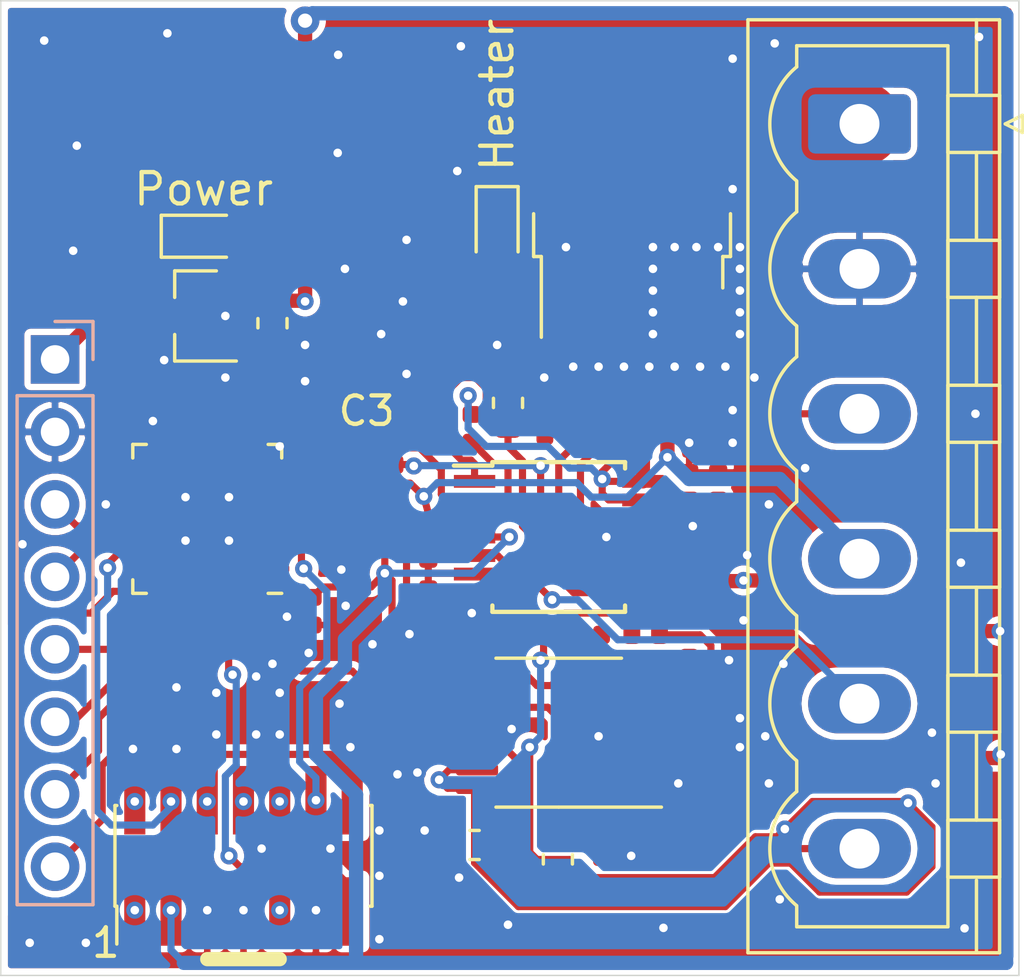
<source format=kicad_pcb>
(kicad_pcb (version 20171130) (host pcbnew "(5.1.5-0-10_14)")
  (layers (0 F.Cu signal) (31 B.Cu signal) (34 B.Paste user hide) (35 F.Paste user hide) (36 B.SilkS user hide) (37 F.SilkS user) (38 B.Mask user hide) (39 F.Mask user hide) (44 Edge.Cuts user))
  (net 0 "")
  (net 1 GND)
  (net 2 /LSU_Rtrim)
  (net 3 /LSU_Un)
  (net 4 /LSU_Vm)
  (net 5 /LSU_Ip)
  (net 6 +5V)
  (net 7 +3V3)
  (net 8 /nRESET)
  (net 9 /SWCLK)
  (net 10 /SWDIO)
  (net 11 "Net-(C2-Pad2)")
  (net 12 /LSU_Un_sense)
  (net 13 /Vm)
  (net 14 /Ip_sense)
  (net 15 /Un_sense)
  (net 16 "Net-(C1-Pad1)")
  (net 17 "Net-(C5-Pad1)")
  (net 18 "Net-(C6-Pad2)")
  (net 19 "Net-(C6-Pad1)")
  (net 20 "Net-(R3-Pad2)")
  (net 21 "Net-(R4-Pad2)")
  (net 22 "Net-(R11-Pad1)")
  (net 23 "Net-(R12-Pad1)")
  (net 24 "Net-(R18-Pad1)")
  (net 25 "Net-(R19-Pad1)")
  (net 26 /Ip_dac)
  (net 27 /Nernst_esr_drive)
  (net 28 /Pump_Ref_Feedback)
  (net 29 "Net-(U4-Pad20)")
  (net 30 "Net-(U4-Pad19)")
  (net 31 "Net-(U4-Pad18)")
  (net 32 "Net-(U4-Pad16)")
  (net 33 "Net-(U4-Pad15)")
  (net 34 "Net-(U4-Pad14)")
  (net 35 "Net-(U4-Pad11)")
  (net 36 "Net-(U4-Pad10)")
  (net 37 "Net-(U4-Pad9)")
  (net 38 "Net-(U4-Pad3)")
  (net 39 "Net-(U4-Pad2)")
  (net 40 /CAN_TX)
  (net 41 /CAN_RX)
  (net 42 /VDDA)
  (net 43 /SPI_MOSI)
  (net 44 /SPI_MISO)
  (net 45 /SPI_SCK)
  (net 46 /SPI_CS)
  (net 47 /heater_pwm)
  (net 48 "Net-(Q1-Pad1)")
  (net 49 "Net-(J2-Pad1)")
  (net 50 "Net-(D1-Pad2)")
  (net 51 "Net-(R29-Pad2)")
  (net 52 "Net-(D2-Pad2)")
  (net 53 "Net-(R32-Pad1)")
  (net 54 "Net-(C3-Pad2)")
  (net 55 "Net-(C3-Pad1)")
  (net 56 "Net-(R17-Pad1)")
  (net 57 /UART_TX)
  (net 58 /UART_RX)
  (net 59 "Net-(J4-Pad10)")
  (net 60 "Net-(J4-Pad9)")
  (net 61 "Net-(J4-Pad8)")
  (net 62 "Net-(J4-Pad2)")
  (net 63 "Net-(J4-Pad1)")
  (module Connector_PinHeader_1.27mm:PinHeader_2x07_P1.27mm_Vertical_SMD (layer F.Cu) (at 89.281 100.076 90)
    (fp_text reference J4 hide)
    (fp_text value FTSH-107-01-F-DV-K hide)
    (pad 14 smd rect (at 1.95 3.81 90) (size 2.4 0.74) (layers F.Cu F.Paste F.Mask) (net 57 /UART_TX))
    (pad 13 smd rect (at -1.95 3.81 90) (size 2.4 0.74) (layers F.Cu F.Paste F.Mask) (net 58 /UART_RX))
    (pad 12 smd rect (at 1.95 2.54 90) (size 2.4 0.74) (layers F.Cu F.Paste F.Mask) (net 8 /nRESET))
    (pad 11 smd rect (at -1.95 2.54 90) (size 2.4 0.74) (layers F.Cu F.Paste F.Mask) (net 1 GND))
    (pad 10 smd rect (at 1.95 1.27 90) (size 2.4 0.74) (layers F.Cu F.Paste F.Mask) (net 59 "Net-(J4-Pad10)"))
    (pad 9 smd rect (at -1.95 1.27 90) (size 2.4 0.74) (layers F.Cu F.Paste F.Mask) (net 60 "Net-(J4-Pad9)"))
    (pad 8 smd rect (at 1.95 0 90) (size 2.4 0.74) (layers F.Cu F.Paste F.Mask) (net 61 "Net-(J4-Pad8)"))
    (pad 7 smd rect (at -1.95 0 90) (size 2.4 0.74) (layers F.Cu F.Paste F.Mask) (net 1 GND))
    (pad 6 smd rect (at 1.95 -1.27 90) (size 2.4 0.74) (layers F.Cu F.Paste F.Mask) (net 9 /SWCLK))
    (pad 5 smd rect (at -1.95 -1.27 90) (size 2.4 0.74) (layers F.Cu F.Paste F.Mask) (net 1 GND))
    (pad 4 smd rect (at 1.95 -2.54 90) (size 2.4 0.74) (layers F.Cu F.Paste F.Mask) (net 10 /SWDIO))
    (pad 3 smd rect (at -1.95 -2.54 90) (size 2.4 0.74) (layers F.Cu F.Paste F.Mask) (net 7 +3V3))
    (pad 2 smd rect (at 1.95 -3.81 90) (size 2.4 0.74) (layers F.Cu F.Paste F.Mask) (net 62 "Net-(J4-Pad2)"))
    (pad 1 smd rect (at -1.95 -3.81 90) (size 2.4 0.74) (layers F.Cu F.Paste F.Mask) (net 63 "Net-(J4-Pad1)"))
  )
  (module Capacitor_SMD:C_0402_1005Metric (layer F.Cu) (at 93.599 83.312 180)
    (fp_text reference C3 (at 0 -1.17) (layer F.SilkS))
    (fp_text value 33n)
    (pad 2 smd roundrect (at 0.485 0 180) (size 0.59 0.64) (layers F.Cu F.Paste F.Mask) (net 54 "Net-(C3-Pad2)"))
    (pad 1 smd roundrect (at -0.485 0 180) (size 0.59 0.64) (layers F.Cu F.Paste F.Mask) (net 55 "Net-(C3-Pad1)"))
  )
  (module Resistor_SMD:R_0402_1005Metric (layer F.Cu) (at 96.266 84.455 270)
    (fp_text reference R34 hide)
    (fp_text value 10k)
    (pad 2 smd roundrect (at 0.485 0 270) (size 0.59 0.64) (layers F.Cu F.Paste F.Mask) (net 53 "Net-(R32-Pad1)"))
    (pad 1 smd roundrect (at -0.485 0 270) (size 0.59 0.64) (layers F.Cu F.Paste F.Mask) (net 2 /LSU_Rtrim))
  )
  (module Resistor_SMD:R_0402_1005Metric (layer F.Cu) (at 94.234 84.836 270)
    (fp_text reference R33 hide)
    (fp_text value 10k)
    (pad 2 smd roundrect (at 0.485 0 270) (size 0.59 0.64) (layers F.Cu F.Paste F.Mask) (net 54 "Net-(C3-Pad2)"))
    (pad 1 smd roundrect (at -0.485 0 270) (size 0.59 0.64) (layers F.Cu F.Paste F.Mask) (net 55 "Net-(C3-Pad1)"))
  )
  (module Resistor_SMD:R_0402_1005Metric (layer F.Cu) (at 97.282 85.09 90)
    (fp_text reference R32 hide)
    (fp_text value 68k)
    (pad 2 smd roundrect (at 0.485 0 90) (size 0.59 0.64) (layers F.Cu F.Paste F.Mask) (net 13 /Vm))
    (pad 1 smd roundrect (at -0.485 0 90) (size 0.59 0.64) (layers F.Cu F.Paste F.Mask) (net 53 "Net-(R32-Pad1)"))
  )
  (module Resistor_SMD:R_0402_1005Metric (layer F.Cu) (at 92.7862 84.836)
    (fp_text reference R31 hide)
    (fp_text value 68k)
    (pad 2 smd roundrect (at 0.485 0) (size 0.59 0.64) (layers F.Cu F.Paste F.Mask) (net 54 "Net-(C3-Pad2)"))
    (pad 1 smd roundrect (at -0.485 0) (size 0.59 0.64) (layers F.Cu F.Paste F.Mask) (net 26 /Ip_dac))
  )
  (module Capacitor_SMD:C_0402_1005Metric (layer F.Cu) (at 105.283 96.266)
    (fp_text reference C16 hide)
    (fp_text value 1u)
    (pad 2 smd roundrect (at 0.485 0) (size 0.59 0.64) (layers F.Cu F.Paste F.Mask) (net 1 GND))
    (pad 1 smd roundrect (at -0.485 0) (size 0.59 0.64) (layers F.Cu F.Paste F.Mask) (net 7 +3V3))
  )
  (module Package_SO:TSSOP-14_4.4x5mm_P0.65mm (layer F.Cu) (at 100.33 95.758 180)
    (fp_text reference U2 hide)
    (fp_text value MCP6004)
    (pad 14 smd roundrect (at 2.8625 -1.95 180) (size 1.475 0.4) (layers F.Cu F.Paste F.Mask) (net 12 /LSU_Un_sense))
    (pad 13 smd roundrect (at 2.8625 -1.3 180) (size 1.475 0.4) (layers F.Cu F.Paste F.Mask) (net 12 /LSU_Un_sense))
    (pad 12 smd roundrect (at 2.8625 -0.65 180) (size 1.475 0.4) (layers F.Cu F.Paste F.Mask) (net 3 /LSU_Un))
    (pad 11 smd roundrect (at 2.8625 0 180) (size 1.475 0.4) (layers F.Cu F.Paste F.Mask) (net 1 GND))
    (pad 10 smd roundrect (at 2.8625 0.65 180) (size 1.475 0.4) (layers F.Cu F.Paste F.Mask) (net 17 "Net-(C5-Pad1)"))
    (pad 9 smd roundrect (at 2.8625 1.3 180) (size 1.475 0.4) (layers F.Cu F.Paste F.Mask) (net 18 "Net-(C6-Pad2)"))
    (pad 8 smd roundrect (at 2.8625 1.95 180) (size 1.475 0.4) (layers F.Cu F.Paste F.Mask) (net 19 "Net-(C6-Pad1)"))
    (pad 7 smd roundrect (at -2.8625 1.95 180) (size 1.475 0.4) (layers F.Cu F.Paste F.Mask) (net 28 /Pump_Ref_Feedback))
    (pad 6 smd roundrect (at -2.8625 1.3 180) (size 1.475 0.4) (layers F.Cu F.Paste F.Mask) (net 24 "Net-(R18-Pad1)"))
    (pad 5 smd roundrect (at -2.8625 0.65 180) (size 1.475 0.4) (layers F.Cu F.Paste F.Mask) (net 25 "Net-(R19-Pad1)"))
    (pad 4 smd roundrect (at -2.8625 0 180) (size 1.475 0.4) (layers F.Cu F.Paste F.Mask) (net 7 +3V3))
    (pad 3 smd roundrect (at -2.8625 -0.65 180) (size 1.475 0.4) (layers F.Cu F.Paste F.Mask))
    (pad 2 smd roundrect (at -2.8625 -1.3 180) (size 1.475 0.4) (layers F.Cu F.Paste F.Mask))
    (pad 1 smd roundrect (at -2.8625 -1.95 180) (size 1.475 0.4) (layers F.Cu F.Paste F.Mask))
  )
  (module Resistor_SMD:R_0402_1005Metric (layer F.Cu) (at 90.043 78.74 270)
    (fp_text reference R30 hide)
    (fp_text value 1k)
    (pad 2 smd roundrect (at 0.485 0 270) (size 0.59 0.64) (layers F.Cu F.Paste F.Mask) (net 7 +3V3))
    (pad 1 smd roundrect (at -0.485 0 270) (size 0.59 0.64) (layers F.Cu F.Paste F.Mask) (net 52 "Net-(D2-Pad2)"))
  )
  (module LED_SMD:LED_0603_1608Metric (layer F.Cu) (at 87.884 78.359)
    (fp_text reference D2 hide)
    (fp_text value GREEN)
    (pad 2 smd roundrect (at 0.7875 0) (size 0.875 0.95) (layers F.Cu F.Paste F.Mask) (net 52 "Net-(D2-Pad2)"))
    (pad 1 smd roundrect (at -0.7875 0) (size 0.875 0.95) (layers F.Cu F.Paste F.Mask) (net 1 GND))
  )
  (module Resistor_SMD:R_0402_1005Metric (layer F.Cu) (at 89.535 92.456 90)
    (fp_text reference R29 hide)
    (fp_text value 10k)
    (pad 2 smd roundrect (at 0.485 0 90) (size 0.59 0.64) (layers F.Cu F.Paste F.Mask) (net 51 "Net-(R29-Pad2)"))
    (pad 1 smd roundrect (at -0.485 0 90) (size 0.59 0.64) (layers F.Cu F.Paste F.Mask) (net 1 GND))
  )
  (module Package_DFN_QFN:QFN-32-1EP_5x5mm_P0.5mm_EP3.45x3.45mm (layer F.Cu) (at 88.011 88.265 180)
    (fp_text reference U4 hide)
    (fp_text value STM32F042K6Ux)
    (pad 32 smd roundrect (at -1.75 -2.4375 180) (size 0.25 0.875) (layers F.Cu F.Paste F.Mask) (net 27 /Nernst_esr_drive))
    (pad 31 smd roundrect (at -1.25 -2.4375 180) (size 0.25 0.875) (layers F.Cu F.Paste F.Mask) (net 51 "Net-(R29-Pad2)"))
    (pad 30 smd roundrect (at -0.75 -2.4375 180) (size 0.25 0.875) (layers F.Cu F.Paste F.Mask) (net 58 /UART_RX))
    (pad 29 smd roundrect (at -0.25 -2.4375 180) (size 0.25 0.875) (layers F.Cu F.Paste F.Mask) (net 57 /UART_TX))
    (pad 28 smd roundrect (at 0.25 -2.4375 180) (size 0.25 0.875) (layers F.Cu F.Paste F.Mask) (net 43 /SPI_MOSI))
    (pad 27 smd roundrect (at 0.75 -2.4375 180) (size 0.25 0.875) (layers F.Cu F.Paste F.Mask) (net 44 /SPI_MISO))
    (pad 26 smd roundrect (at 1.25 -2.4375 180) (size 0.25 0.875) (layers F.Cu F.Paste F.Mask) (net 45 /SPI_SCK))
    (pad 25 smd roundrect (at 1.75 -2.4375 180) (size 0.25 0.875) (layers F.Cu F.Paste F.Mask) (net 46 /SPI_CS))
    (pad 24 smd roundrect (at 2.4375 -1.75 180) (size 0.875 0.25) (layers F.Cu F.Paste F.Mask) (net 9 /SWCLK))
    (pad 23 smd roundrect (at 2.4375 -1.25 180) (size 0.875 0.25) (layers F.Cu F.Paste F.Mask) (net 10 /SWDIO))
    (pad 22 smd roundrect (at 2.4375 -0.75 180) (size 0.875 0.25) (layers F.Cu F.Paste F.Mask) (net 40 /CAN_TX))
    (pad 21 smd roundrect (at 2.4375 -0.25 180) (size 0.875 0.25) (layers F.Cu F.Paste F.Mask) (net 41 /CAN_RX))
    (pad 20 smd roundrect (at 2.4375 0.25 180) (size 0.875 0.25) (layers F.Cu F.Paste F.Mask) (net 29 "Net-(U4-Pad20)"))
    (pad 19 smd roundrect (at 2.4375 0.75 180) (size 0.875 0.25) (layers F.Cu F.Paste F.Mask) (net 30 "Net-(U4-Pad19)"))
    (pad 18 smd roundrect (at 2.4375 1.25 180) (size 0.875 0.25) (layers F.Cu F.Paste F.Mask) (net 31 "Net-(U4-Pad18)"))
    (pad 17 smd roundrect (at 2.4375 1.75 180) (size 0.875 0.25) (layers F.Cu F.Paste F.Mask) (net 7 +3V3))
    (pad 16 smd roundrect (at 1.75 2.4375 180) (size 0.25 0.875) (layers F.Cu F.Paste F.Mask) (net 32 "Net-(U4-Pad16)"))
    (pad 15 smd roundrect (at 1.25 2.4375 180) (size 0.25 0.875) (layers F.Cu F.Paste F.Mask) (net 33 "Net-(U4-Pad15)"))
    (pad 14 smd roundrect (at 0.75 2.4375 180) (size 0.25 0.875) (layers F.Cu F.Paste F.Mask) (net 34 "Net-(U4-Pad14)"))
    (pad 13 smd roundrect (at 0.25 2.4375 180) (size 0.25 0.875) (layers F.Cu F.Paste F.Mask) (net 47 /heater_pwm))
    (pad 12 smd roundrect (at -0.25 2.4375 180) (size 0.25 0.875) (layers F.Cu F.Paste F.Mask) (net 26 /Ip_dac))
    (pad 11 smd roundrect (at -0.75 2.4375 180) (size 0.25 0.875) (layers F.Cu F.Paste F.Mask) (net 35 "Net-(U4-Pad11)"))
    (pad 10 smd roundrect (at -1.25 2.4375 180) (size 0.25 0.875) (layers F.Cu F.Paste F.Mask) (net 36 "Net-(U4-Pad10)"))
    (pad 9 smd roundrect (at -1.75 2.4375 180) (size 0.25 0.875) (layers F.Cu F.Paste F.Mask) (net 37 "Net-(U4-Pad9)"))
    (pad 8 smd roundrect (at -2.4375 1.75 180) (size 0.875 0.25) (layers F.Cu F.Paste F.Mask) (net 14 /Ip_sense))
    (pad 7 smd roundrect (at -2.4375 1.25 180) (size 0.875 0.25) (layers F.Cu F.Paste F.Mask) (net 4 /LSU_Vm))
    (pad 6 smd roundrect (at -2.4375 0.75 180) (size 0.875 0.25) (layers F.Cu F.Paste F.Mask) (net 15 /Un_sense))
    (pad 5 smd roundrect (at -2.4375 0.25 180) (size 0.875 0.25) (layers F.Cu F.Paste F.Mask) (net 42 /VDDA))
    (pad 4 smd roundrect (at -2.4375 -0.25 180) (size 0.875 0.25) (layers F.Cu F.Paste F.Mask) (net 8 /nRESET))
    (pad 3 smd roundrect (at -2.4375 -0.75 180) (size 0.875 0.25) (layers F.Cu F.Paste F.Mask) (net 38 "Net-(U4-Pad3)"))
    (pad 2 smd roundrect (at -2.4375 -1.25 180) (size 0.875 0.25) (layers F.Cu F.Paste F.Mask) (net 39 "Net-(U4-Pad2)"))
    (pad 1 smd roundrect (at -2.4375 -1.75 180) (size 0.875 0.25) (layers F.Cu F.Paste F.Mask) (net 7 +3V3))
    (pad 33 smd roundrect (at 0 0 180) (size 3.45 3.45) (layers F.Cu F.Mask) (roundrect_rratio 0.072464) (net 1 GND))
  )
  (module Resistor_SMD:R_0402_1005Metric (layer F.Cu) (at 95.885 79.883 270)
    (fp_text reference R27 hide)
    (fp_text value 1k)
    (pad 2 smd roundrect (at 0.485 0 270) (size 0.59 0.64) (layers F.Cu F.Paste F.Mask) (net 47 /heater_pwm))
    (pad 1 smd roundrect (at -0.485 0 270) (size 0.59 0.64) (layers F.Cu F.Paste F.Mask) (net 50 "Net-(D1-Pad2)"))
  )
  (module LED_SMD:LED_0603_1608Metric (layer F.Cu) (at 98.171 78.105 270)
    (fp_text reference D1 hide)
    (fp_text value RED)
    (pad 2 smd roundrect (at 0.7875 0 270) (size 0.875 0.95) (layers F.Cu F.Paste F.Mask) (net 50 "Net-(D1-Pad2)"))
    (pad 1 smd roundrect (at -0.7875 0 270) (size 0.875 0.95) (layers F.Cu F.Paste F.Mask) (net 1 GND))
  )
  (module Capacitor_SMD:C_0402_1005Metric (layer F.Cu) (at 105.918 90.932 270)
    (fp_text reference C14 hide)
    (fp_text value 1u)
    (pad 2 smd roundrect (at 0.485 0 270) (size 0.59 0.64) (layers F.Cu F.Paste F.Mask) (net 1 GND))
    (pad 1 smd roundrect (at -0.485 0 270) (size 0.59 0.64) (layers F.Cu F.Paste F.Mask) (net 7 +3V3))
  )
  (module Connector_Phoenix_MSTB:PhoenixContact_MSTBVA_2,5_6-G-5,08_1x06_P5.08mm_Vertical (layer F.Cu) (at 110.871 74.422 270)
    (fp_text reference J2 hide)
    (fp_text value Conn_01x06)
    (pad 6 thru_hole oval (at 25.4 0 270) (size 2.08 3.6) (drill 1.4) (layers *.Cu *.Mask) (net 3 /LSU_Un))
    (pad 5 thru_hole oval (at 20.32 0 270) (size 2.08 3.6) (drill 1.4) (layers *.Cu *.Mask) (net 2 /LSU_Rtrim))
    (pad 4 thru_hole oval (at 15.24 0 270) (size 2.08 3.6) (drill 1.4) (layers *.Cu *.Mask) (net 4 /LSU_Vm))
    (pad 3 thru_hole oval (at 10.16 0 270) (size 2.08 3.6) (drill 1.4) (layers *.Cu *.Mask) (net 5 /LSU_Ip))
    (pad 2 thru_hole oval (at 5.08 0 270) (size 2.08 3.6) (drill 1.4) (layers *.Cu *.Mask) (net 1 GND))
    (pad 1 thru_hole roundrect (at 0 0 270) (size 2.08 3.6) (drill 1.4) (layers *.Cu *.Mask) (roundrect_rratio 0.120192) (net 49 "Net-(J2-Pad1)"))
  )
  (module Package_TO_SOT_SMD:TO-252-2 (layer F.Cu) (at 102.9 76.6 90)
    (fp_text reference Q1 hide)
    (fp_text value BTS3028)
    (pad 2 smd rect (at 2.1 0 90) (size 6.4 5.8) (layers F.Cu F.Mask) (net 49 "Net-(J2-Pad1)"))
    (pad 3 smd rect (at -4.2 2.28 90) (size 2.2 1.2) (layers F.Cu F.Paste F.Mask) (net 1 GND))
    (pad 1 smd rect (at -4.2 -2.28 90) (size 2.2 1.2) (layers F.Cu F.Paste F.Mask) (net 48 "Net-(Q1-Pad1)"))
  )
  (module Connector_PinHeader_2.54mm:PinHeader_1x08_P2.54mm_Vertical (layer B.Cu) (at 82.677 82.677 180)
    (fp_text reference J3 hide)
    (fp_text value Conn_01x08)
    (pad 8 thru_hole oval (at 0 -17.78 180) (size 1.7 1.7) (drill 1) (layers *.Cu *.Mask) (net 43 /SPI_MOSI))
    (pad 7 thru_hole oval (at 0 -15.24 180) (size 1.7 1.7) (drill 1) (layers *.Cu *.Mask) (net 44 /SPI_MISO))
    (pad 6 thru_hole oval (at 0 -12.7 180) (size 1.7 1.7) (drill 1) (layers *.Cu *.Mask) (net 45 /SPI_SCK))
    (pad 5 thru_hole oval (at 0 -10.16 180) (size 1.7 1.7) (drill 1) (layers *.Cu *.Mask) (net 46 /SPI_CS))
    (pad 4 thru_hole oval (at 0 -7.62 180) (size 1.7 1.7) (drill 1) (layers *.Cu *.Mask) (net 40 /CAN_TX))
    (pad 3 thru_hole oval (at 0 -5.08 180) (size 1.7 1.7) (drill 1) (layers *.Cu *.Mask) (net 41 /CAN_RX))
    (pad 2 thru_hole oval (at 0 -2.54 180) (size 1.7 1.7) (drill 1) (layers *.Cu *.Mask) (net 1 GND))
    (pad 1 thru_hole rect (at 0 0 180) (size 1.7 1.7) (drill 1) (layers *.Cu *.Mask) (net 6 +5V))
  )
  (module Capacitor_SMD:C_0402_1005Metric (layer F.Cu) (at 85.217 84.074 90)
    (fp_text reference C13 hide)
    (fp_text value 100n)
    (pad 2 smd roundrect (at 0.485 0 90) (size 0.59 0.64) (layers F.Cu F.Paste F.Mask) (net 1 GND))
    (pad 1 smd roundrect (at -0.485 0 90) (size 0.59 0.64) (layers F.Cu F.Paste F.Mask) (net 7 +3V3))
  )
  (module Capacitor_SMD:C_0402_1005Metric (layer F.Cu) (at 91.7 91.5 270)
    (fp_text reference C12 hide)
    (fp_text value 100n)
    (pad 2 smd roundrect (at 0.485 0 270) (size 0.59 0.64) (layers F.Cu F.Paste F.Mask) (net 1 GND))
    (pad 1 smd roundrect (at -0.485 0 270) (size 0.59 0.64) (layers F.Cu F.Paste F.Mask) (net 7 +3V3))
  )
  (module Resistor_SMD:R_0402_1005Metric (layer F.Cu) (at 98.171 80.645 90)
    (fp_text reference R26 hide)
    (fp_text value 1k)
    (pad 2 smd roundrect (at 0.485 0 90) (size 0.59 0.64) (layers F.Cu F.Paste F.Mask) (net 48 "Net-(Q1-Pad1)"))
    (pad 1 smd roundrect (at -0.485 0 90) (size 0.59 0.64) (layers F.Cu F.Paste F.Mask) (net 1 GND))
  )
  (module Resistor_SMD:R_0402_1005Metric (layer F.Cu) (at 96.901 80.645 270)
    (fp_text reference R25 hide)
    (fp_text value 1k)
    (pad 2 smd roundrect (at 0.485 0 270) (size 0.59 0.64) (layers F.Cu F.Paste F.Mask) (net 47 /heater_pwm))
    (pad 1 smd roundrect (at -0.485 0 270) (size 0.59 0.64) (layers F.Cu F.Paste F.Mask) (net 48 "Net-(Q1-Pad1)"))
  )
  (module Resistor_SMD:R_0603_1608Metric (layer F.Cu) (at 98.552 84.201 90)
    (fp_text reference R10 hide)
    (fp_text value 61.9)
    (pad 2 smd roundrect (at 0.7875 0 90) (size 0.875 0.95) (layers F.Cu F.Paste F.Mask) (net 5 /LSU_Ip))
    (pad 1 smd roundrect (at -0.7875 0 90) (size 0.875 0.95) (layers F.Cu F.Paste F.Mask) (net 2 /LSU_Rtrim))
  )
  (module Capacitor_SMD:C_0402_1005Metric (layer F.Cu) (at 85.217 81.915 270)
    (fp_text reference C8 hide)
    (fp_text value 100n)
    (pad 2 smd roundrect (at 0.485 0 270) (size 0.59 0.64) (layers F.Cu F.Paste F.Mask) (net 1 GND))
    (pad 1 smd roundrect (at -0.485 0 270) (size 0.59 0.64) (layers F.Cu F.Paste F.Mask) (net 6 +5V))
  )
  (module Capacitor_SMD:C_0402_1005Metric (layer F.Cu) (at 105.029 84.455)
    (fp_text reference C4 hide)
    (fp_text value 1u)
    (pad 2 smd roundrect (at 0.485 0) (size 0.59 0.64) (layers F.Cu F.Paste F.Mask) (net 1 GND))
    (pad 1 smd roundrect (at -0.485 0) (size 0.59 0.64) (layers F.Cu F.Paste F.Mask) (net 4 /LSU_Vm))
  )
  (module Capacitor_SMD:C_0402_1005Metric (layer F.Cu) (at 105.918 87.122 90)
    (fp_text reference C1 hide)
    (fp_text value 1u)
    (pad 2 smd roundrect (at 0.485 0 90) (size 0.59 0.64) (layers F.Cu F.Paste F.Mask) (net 1 GND))
    (pad 1 smd roundrect (at -0.485 0 90) (size 0.59 0.64) (layers F.Cu F.Paste F.Mask) (net 16 "Net-(C1-Pad1)"))
  )
  (module Capacitor_SMD:C_0402_1005Metric (layer F.Cu) (at 93.218 88.773 270)
    (fp_text reference C7 hide)
    (fp_text value 1u)
    (pad 2 smd roundrect (at 0.485 0 270) (size 0.59 0.64) (layers F.Cu F.Paste F.Mask) (net 1 GND))
    (pad 1 smd roundrect (at -0.485 0 270) (size 0.59 0.64) (layers F.Cu F.Paste F.Mask) (net 42 /VDDA))
  )
  (module Resistor_SMD:R_0402_1005Metric (layer F.Cu) (at 94.107 86.36 180)
    (fp_text reference R24 hide)
    (fp_text value 3.3k)
    (pad 2 smd roundrect (at 0.485 0 180) (size 0.59 0.64) (layers F.Cu F.Paste F.Mask) (net 14 /Ip_sense))
    (pad 1 smd roundrect (at -0.485 0 180) (size 0.59 0.64) (layers F.Cu F.Paste F.Mask) (net 56 "Net-(R17-Pad1)"))
  )
  (module Capacitor_SMD:C_0402_1005Metric (layer F.Cu) (at 92.075 85.852 180)
    (fp_text reference C11 hide)
    (fp_text value 100n)
    (pad 2 smd roundrect (at 0.485 0 180) (size 0.59 0.64) (layers F.Cu F.Paste F.Mask) (net 1 GND))
    (pad 1 smd roundrect (at -0.485 0 180) (size 0.59 0.64) (layers F.Cu F.Paste F.Mask) (net 14 /Ip_sense))
  )
  (module Capacitor_SMD:C_0603_1608Metric (layer F.Cu) (at 97.38 99.695 180)
    (fp_text reference C2 hide)
    (fp_text value 100n)
    (pad 2 smd roundrect (at 0.7875 0 180) (size 0.875 0.95) (layers F.Cu F.Paste F.Mask) (net 11 "Net-(C2-Pad2)"))
    (pad 1 smd roundrect (at -0.7875 0 180) (size 0.875 0.95) (layers F.Cu F.Paste F.Mask) (net 3 /LSU_Un))
  )
  (module Package_SO:TSSOP-14_4.4x5mm_P0.65mm (layer F.Cu) (at 100.33 88.9)
    (fp_text reference U1 hide)
    (fp_text value MCP6004)
    (pad 14 smd rect (at 2.95 -1.95) (size 1.45 0.45) (layers F.Cu F.Paste F.Mask) (net 13 /Vm))
    (pad 13 smd rect (at 2.95 -1.3) (size 1.45 0.45) (layers F.Cu F.Paste F.Mask) (net 13 /Vm))
    (pad 12 smd rect (at 2.95 -0.65) (size 1.45 0.45) (layers F.Cu F.Paste F.Mask) (net 16 "Net-(C1-Pad1)"))
    (pad 11 smd rect (at 2.95 0) (size 1.45 0.45) (layers F.Cu F.Paste F.Mask) (net 1 GND))
    (pad 10 smd rect (at 2.95 0.65) (size 1.45 0.45) (layers F.Cu F.Paste F.Mask) (net 23 "Net-(R12-Pad1)"))
    (pad 9 smd rect (at 2.95 1.3) (size 1.45 0.45) (layers F.Cu F.Paste F.Mask) (net 22 "Net-(R11-Pad1)"))
    (pad 8 smd rect (at 2.95 1.95) (size 1.45 0.45) (layers F.Cu F.Paste F.Mask) (net 56 "Net-(R17-Pad1)"))
    (pad 7 smd rect (at -2.95 1.95) (size 1.45 0.45) (layers F.Cu F.Paste F.Mask) (net 15 /Un_sense))
    (pad 6 smd rect (at -2.95 1.3) (size 1.45 0.45) (layers F.Cu F.Paste F.Mask) (net 20 "Net-(R3-Pad2)"))
    (pad 5 smd rect (at -2.95 0.65) (size 1.45 0.45) (layers F.Cu F.Paste F.Mask) (net 21 "Net-(R4-Pad2)"))
    (pad 4 smd rect (at -2.95 0) (size 1.45 0.45) (layers F.Cu F.Paste F.Mask) (net 7 +3V3))
    (pad 3 smd rect (at -2.95 -0.65) (size 1.45 0.45) (layers F.Cu F.Paste F.Mask) (net 53 "Net-(R32-Pad1)"))
    (pad 2 smd rect (at -2.95 -1.3) (size 1.45 0.45) (layers F.Cu F.Paste F.Mask) (net 54 "Net-(C3-Pad2)"))
    (pad 1 smd rect (at -2.95 -1.95) (size 1.45 0.45) (layers F.Cu F.Paste F.Mask) (net 55 "Net-(C3-Pad1)"))
  )
  (module Package_TO_SOT_SMD:SOT-23 (layer F.Cu) (at 87.63 81.153 180)
    (fp_text reference U9 hide)
    (fp_text value XC6206P332MR)
    (pad 3 smd rect (at 1 0 180) (size 0.9 0.8) (layers F.Cu F.Paste F.Mask) (net 6 +5V))
    (pad 2 smd rect (at -1 0.95 180) (size 0.9 0.8) (layers F.Cu F.Paste F.Mask) (net 7 +3V3))
    (pad 1 smd rect (at -1 -0.95 180) (size 0.9 0.8) (layers F.Cu F.Paste F.Mask) (net 1 GND))
  )
  (module Resistor_SMD:R_0603_1608Metric (layer F.Cu) (at 100.3 100.2 90)
    (fp_text reference R22 hide)
    (fp_text value 10k)
    (pad 2 smd roundrect (at 0.7875 0 90) (size 0.875 0.95) (layers F.Cu F.Paste F.Mask) (net 19 "Net-(C6-Pad1)"))
    (pad 1 smd roundrect (at -0.7875 0 90) (size 0.875 0.95) (layers F.Cu F.Paste F.Mask) (net 3 /LSU_Un))
  )
  (module Resistor_SMD:R_0402_1005Metric (layer F.Cu) (at 103.378 92.329)
    (fp_text reference R21 hide)
    (fp_text value 10k)
    (pad 2 smd roundrect (at 0.485 0) (size 0.59 0.64) (layers F.Cu F.Paste F.Mask) (net 24 "Net-(R18-Pad1)"))
    (pad 1 smd roundrect (at -0.485 0) (size 0.59 0.64) (layers F.Cu F.Paste F.Mask) (net 12 /LSU_Un_sense))
  )
  (module Resistor_SMD:R_0402_1005Metric (layer F.Cu) (at 101.854 99.65 90)
    (fp_text reference R20 hide)
    (fp_text value 10k)
    (pad 2 smd roundrect (at 0.485 0 90) (size 0.59 0.64) (layers F.Cu F.Paste F.Mask) (net 25 "Net-(R19-Pad1)"))
    (pad 1 smd roundrect (at -0.485 0 90) (size 0.59 0.64) (layers F.Cu F.Paste F.Mask) (net 19 "Net-(C6-Pad1)"))
  )
  (module Resistor_SMD:R_0402_1005Metric (layer F.Cu) (at 105.283 95.25)
    (fp_text reference R19 hide)
    (fp_text value 10k)
    (pad 2 smd roundrect (at 0.485 0) (size 0.59 0.64) (layers F.Cu F.Paste F.Mask) (net 1 GND))
    (pad 1 smd roundrect (at -0.485 0) (size 0.59 0.64) (layers F.Cu F.Paste F.Mask) (net 25 "Net-(R19-Pad1)"))
  )
  (module Resistor_SMD:R_0402_1005Metric (layer F.Cu) (at 104.902 93.599 90)
    (fp_text reference R18 hide)
    (fp_text value 10k)
    (pad 2 smd roundrect (at 0.485 0 90) (size 0.59 0.64) (layers F.Cu F.Paste F.Mask) (net 28 /Pump_Ref_Feedback))
    (pad 1 smd roundrect (at -0.485 0 90) (size 0.59 0.64) (layers F.Cu F.Paste F.Mask) (net 24 "Net-(R18-Pad1)"))
  )
  (module Resistor_SMD:R_0402_1005Metric (layer F.Cu) (at 94.488 95.885 90)
    (fp_text reference R14 hide)
    (fp_text value 3.3k)
    (pad 2 smd roundrect (at 0.485 0 90) (size 0.59 0.64) (layers F.Cu F.Paste F.Mask) (net 17 "Net-(C5-Pad1)"))
    (pad 1 smd roundrect (at -0.485 0 90) (size 0.59 0.64) (layers F.Cu F.Paste F.Mask) (net 1 GND))
  )
  (module Resistor_SMD:R_0402_1005Metric (layer F.Cu) (at 94.107 93.98 90)
    (fp_text reference R13 hide)
    (fp_text value 51k)
    (pad 2 smd roundrect (at 0.485 0 90) (size 0.59 0.64) (layers F.Cu F.Paste F.Mask) (net 7 +3V3))
    (pad 1 smd roundrect (at -0.485 0 90) (size 0.59 0.64) (layers F.Cu F.Paste F.Mask) (net 17 "Net-(C5-Pad1)"))
  )
  (module Resistor_SMD:R_0402_1005Metric (layer F.Cu) (at 103.378 84.836 270)
    (fp_text reference R9 hide)
    (fp_text value 10)
    (pad 2 smd roundrect (at 0.485 0 270) (size 0.59 0.64) (layers F.Cu F.Paste F.Mask) (net 13 /Vm))
    (pad 1 smd roundrect (at -0.485 0 270) (size 0.59 0.64) (layers F.Cu F.Paste F.Mask) (net 4 /LSU_Vm))
  )
  (module Resistor_SMD:R_0402_1005Metric (layer F.Cu) (at 95.758 91.2 270)
    (fp_text reference R7 hide)
    (fp_text value 27k)
    (pad 2 smd roundrect (at 0.485 0 270) (size 0.59 0.64) (layers F.Cu F.Paste F.Mask) (net 15 /Un_sense))
    (pad 1 smd roundrect (at -0.485 0 270) (size 0.59 0.64) (layers F.Cu F.Paste F.Mask) (net 20 "Net-(R3-Pad2)"))
  )
  (module Resistor_SMD:R_0402_1005Metric (layer F.Cu) (at 97.282 92.329 180)
    (fp_text reference R5 hide)
    (fp_text value 27k)
    (pad 2 smd roundrect (at 0.485 0 180) (size 0.59 0.64) (layers F.Cu F.Paste F.Mask) (net 1 GND))
    (pad 1 smd roundrect (at -0.485 0 180) (size 0.59 0.64) (layers F.Cu F.Paste F.Mask) (net 21 "Net-(R4-Pad2)"))
  )
  (module Resistor_SMD:R_0402_1005Metric (layer F.Cu) (at 99.314 92.329 180)
    (fp_text reference R4 hide)
    (fp_text value 10k)
    (pad 2 smd roundrect (at 0.485 0 180) (size 0.59 0.64) (layers F.Cu F.Paste F.Mask) (net 21 "Net-(R4-Pad2)"))
    (pad 1 smd roundrect (at -0.485 0 180) (size 0.59 0.64) (layers F.Cu F.Paste F.Mask) (net 12 /LSU_Un_sense))
  )
  (module Resistor_SMD:R_0402_1005Metric (layer F.Cu) (at 95.758 89.2 270)
    (fp_text reference R3 hide)
    (fp_text value 10k)
    (pad 2 smd roundrect (at 0.485 0 270) (size 0.59 0.64) (layers F.Cu F.Paste F.Mask) (net 20 "Net-(R3-Pad2)"))
    (pad 1 smd roundrect (at -0.485 0 270) (size 0.59 0.64) (layers F.Cu F.Paste F.Mask) (net 4 /LSU_Vm))
  )
  (module Resistor_SMD:R_0402_1005Metric (layer F.Cu) (at 104.902 90.932 90)
    (fp_text reference R17 hide)
    (fp_text value 100k)
    (pad 2 smd roundrect (at 0.485 0 90) (size 0.59 0.64) (layers F.Cu F.Paste F.Mask) (net 22 "Net-(R11-Pad1)"))
    (pad 1 smd roundrect (at -0.485 0 90) (size 0.59 0.64) (layers F.Cu F.Paste F.Mask) (net 56 "Net-(R17-Pad1)"))
  )
  (module Resistor_SMD:R_0402_1005Metric (layer F.Cu) (at 102.362 84.836 270)
    (fp_text reference R15 hide)
    (fp_text value 100k)
    (pad 2 smd roundrect (at 0.485 0 270) (size 0.59 0.64) (layers F.Cu F.Paste F.Mask) (net 13 /Vm))
    (pad 1 smd roundrect (at -0.485 0 270) (size 0.59 0.64) (layers F.Cu F.Paste F.Mask) (net 23 "Net-(R12-Pad1)"))
  )
  (module Resistor_SMD:R_0402_1005Metric (layer F.Cu) (at 100.33 84.328 180)
    (fp_text reference R12 hide)
    (fp_text value 10k)
    (pad 2 smd roundrect (at 0.485 0 180) (size 0.59 0.64) (layers F.Cu F.Paste F.Mask) (net 5 /LSU_Ip))
    (pad 1 smd roundrect (at -0.485 0 180) (size 0.59 0.64) (layers F.Cu F.Paste F.Mask) (net 23 "Net-(R12-Pad1)"))
  )
  (module Resistor_SMD:R_0402_1005Metric (layer F.Cu) (at 100.33 85.344 180)
    (fp_text reference R11 hide)
    (fp_text value 10k)
    (pad 2 smd roundrect (at 0.485 0 180) (size 0.59 0.64) (layers F.Cu F.Paste F.Mask) (net 2 /LSU_Rtrim))
    (pad 1 smd roundrect (at -0.485 0 180) (size 0.59 0.64) (layers F.Cu F.Paste F.Mask) (net 22 "Net-(R11-Pad1)"))
  )
  (module Resistor_SMD:R_0402_1005Metric (layer F.Cu) (at 95.25 84.582 270)
    (fp_text reference R8 hide)
    (fp_text value 47)
    (pad 2 smd roundrect (at 0.485 0 270) (size 0.59 0.64) (layers F.Cu F.Paste F.Mask) (net 55 "Net-(C3-Pad1)"))
    (pad 1 smd roundrect (at -0.485 0 270) (size 0.59 0.64) (layers F.Cu F.Paste F.Mask) (net 2 /LSU_Rtrim))
  )
  (module Resistor_SMD:R_0402_1005Metric (layer F.Cu) (at 104.902 87.122 90)
    (fp_text reference R2 hide)
    (fp_text value 10k)
    (pad 2 smd roundrect (at 0.485 0 90) (size 0.59 0.64) (layers F.Cu F.Paste F.Mask) (net 1 GND))
    (pad 1 smd roundrect (at -0.485 0 90) (size 0.59 0.64) (layers F.Cu F.Paste F.Mask) (net 16 "Net-(C1-Pad1)"))
  )
  (module Resistor_SMD:R_0402_1005Metric (layer F.Cu) (at 105.41 89.408)
    (fp_text reference R1 hide)
    (fp_text value 10k)
    (pad 2 smd roundrect (at 0.485 0) (size 0.59 0.64) (layers F.Cu F.Paste F.Mask) (net 16 "Net-(C1-Pad1)"))
    (pad 1 smd roundrect (at -0.485 0) (size 0.59 0.64) (layers F.Cu F.Paste F.Mask) (net 7 +3V3))
  )
  (module Resistor_SMD:R_0402_1005Metric (layer F.Cu) (at 95.25 98.298 180)
    (fp_text reference R6 hide)
    (fp_text value 22k)
    (pad 2 smd roundrect (at 0.485 0 180) (size 0.59 0.64) (layers F.Cu F.Paste F.Mask) (net 27 /Nernst_esr_drive))
    (pad 1 smd roundrect (at -0.485 0 180) (size 0.59 0.64) (layers F.Cu F.Paste F.Mask) (net 11 "Net-(C2-Pad2)"))
  )
  (module Resistor_SMD:R_0402_1005Metric (layer F.Cu) (at 94.234 88.773 270)
    (fp_text reference R23 hide)
    (fp_text value 33)
    (pad 2 smd roundrect (at 0.485 0 270) (size 0.59 0.64) (layers F.Cu F.Paste F.Mask) (net 7 +3V3))
    (pad 1 smd roundrect (at -0.485 0 270) (size 0.59 0.64) (layers F.Cu F.Paste F.Mask) (net 42 /VDDA))
  )
  (module Resistor_SMD:R_0402_1005Metric (layer F.Cu) (at 101.346 92.329 180)
    (fp_text reference R16 hide)
    (fp_text value 3.3k)
    (pad 2 smd roundrect (at 0.485 0 180) (size 0.59 0.64) (layers F.Cu F.Paste F.Mask) (net 18 "Net-(C6-Pad2)"))
    (pad 1 smd roundrect (at -0.485 0 180) (size 0.59 0.64) (layers F.Cu F.Paste F.Mask) (net 28 /Pump_Ref_Feedback))
  )
  (module Capacitor_SMD:C_0402_1005Metric (layer F.Cu) (at 95.504 95.885 270)
    (fp_text reference C5 hide)
    (fp_text value 100n)
    (pad 2 smd roundrect (at 0.485 0 270) (size 0.59 0.64) (layers F.Cu F.Paste F.Mask) (net 1 GND))
    (pad 1 smd roundrect (at -0.485 0 270) (size 0.59 0.64) (layers F.Cu F.Paste F.Mask) (net 17 "Net-(C5-Pad1)"))
  )
  (module Capacitor_SMD:C_0603_1608Metric (layer F.Cu) (at 90.297 81.407 270)
    (fp_text reference C10 hide)
    (fp_text value 4.7u)
    (pad 2 smd roundrect (at 0.7875 0 270) (size 0.875 0.95) (layers F.Cu F.Paste F.Mask) (net 1 GND))
    (pad 1 smd roundrect (at -0.7875 0 270) (size 0.875 0.95) (layers F.Cu F.Paste F.Mask) (net 7 +3V3))
  )
  (module Capacitor_SMD:C_0402_1005Metric (layer F.Cu) (at 92.202 88.773 270)
    (fp_text reference C9 hide)
    (fp_text value 100n)
    (pad 2 smd roundrect (at 0.485 0 270) (size 0.59 0.64) (layers F.Cu F.Paste F.Mask) (net 1 GND))
    (pad 1 smd roundrect (at -0.485 0 270) (size 0.59 0.64) (layers F.Cu F.Paste F.Mask) (net 42 /VDDA))
  )
  (module Capacitor_SMD:C_0402_1005Metric (layer F.Cu) (at 95.758 93.98 270)
    (fp_text reference C6 hide)
    (fp_text value 1n)
    (pad 2 smd roundrect (at 0.485 0 270) (size 0.59 0.64) (layers F.Cu F.Paste F.Mask) (net 18 "Net-(C6-Pad2)"))
    (pad 1 smd roundrect (at -0.485 0 270) (size 0.59 0.64) (layers F.Cu F.Paste F.Mask) (net 19 "Net-(C6-Pad1)"))
  )
  (gr_text 1 (at 84.455 103.124) (layer F.SilkS) (effects (font (size 1 1))))
  (gr_line (start 88.011 103.6955) (end 90.551 103.6955) (layer F.SilkS) (width 0.5))
  (gr_text Power (at 87.884 76.708) (layer F.SilkS) (effects (font (size 1.1 1.1))))
  (gr_text Heater (at 98.171 73.406 90) (layer F.SilkS) (effects (font (size 1.1 1.1))))
  (gr_line (start 80.772 70.104) (end 80.772 104.267) (layer Edge.Cuts) (width 0.05))
  (gr_line (start 116.459 70.104) (end 80.772 70.104) (layer Edge.Cuts) (width 0.05))
  (gr_line (start 116.459 104.267) (end 116.459 70.104) (layer Edge.Cuts) (width 0.05))
  (gr_line (start 80.772 104.267) (end 116.459 104.267) (layer Edge.Cuts) (width 0.05))
  (via (at 98.679 95.631) (size 0.6) (drill 0.3) (layers F.Cu B.Cu) (net 1))
  (segment (start 97.38 95.758) (end 98.679 95.758) (width 0.25) (layer F.Cu) (net 1))
  (via (at 92.71 90.043) (size 0.6) (drill 0.3) (layers F.Cu B.Cu) (net 1))
  (via (at 95.377 97.155) (size 0.6) (drill 0.3) (layers F.Cu B.Cu) (net 1))
  (via (at 107.569 95.885) (size 0.6) (drill 0.3) (layers F.Cu B.Cu) (net 1))
  (via (at 104.902 85.598) (size 0.6) (drill 0.3) (layers F.Cu B.Cu) (net 1))
  (via (at 106.426 85.598) (size 0.6) (drill 0.3) (layers F.Cu B.Cu) (net 1))
  (via (at 104 102.6) (size 0.6) (drill 0.3) (layers F.Cu B.Cu) (net 1))
  (via (at 108.077 101.6) (size 0.6) (drill 0.3) (layers F.Cu B.Cu) (net 1))
  (via (at 106.68 95.25) (size 0.6) (drill 0.3) (layers F.Cu B.Cu) (net 1))
  (via (at 108.204 93.345) (size 0.6) (drill 0.3) (layers F.Cu B.Cu) (net 1))
  (via (at 106.934 89.535) (size 0.6) (drill 0.3) (layers F.Cu B.Cu) (net 1))
  (via (at 106.807 91.821) (size 0.6) (drill 0.3) (layers F.Cu B.Cu) (net 1))
  (via (at 106.426 84.455) (size 0.6) (drill 0.3) (layers F.Cu B.Cu) (net 1))
  (via (at 107.188 83.312) (size 0.6) (drill 0.3) (layers F.Cu B.Cu) (net 1))
  (via (at 101.727 82.931) (size 0.6) (drill 0.3) (layers F.Cu B.Cu) (net 1))
  (via (at 102.616 82.931) (size 0.6) (drill 0.3) (layers F.Cu B.Cu) (net 1))
  (via (at 103.505 82.931) (size 0.6) (drill 0.3) (layers F.Cu B.Cu) (net 1))
  (via (at 104.394 82.931) (size 0.6) (drill 0.3) (layers F.Cu B.Cu) (net 1))
  (via (at 105.283 82.931) (size 0.6) (drill 0.3) (layers F.Cu B.Cu) (net 1))
  (via (at 106.172 82.931) (size 0.6) (drill 0.3) (layers F.Cu B.Cu) (net 1))
  (via (at 106.426 76.708) (size 0.6) (drill 0.3) (layers F.Cu B.Cu) (net 1))
  (via (at 106.426 72.136) (size 0.6) (drill 0.3) (layers F.Cu B.Cu) (net 1))
  (via (at 107.9 71.6) (size 0.6) (drill 0.3) (layers F.Cu B.Cu) (net 1))
  (via (at 115.062 71.374) (size 0.6) (drill 0.3) (layers F.Cu B.Cu) (net 1))
  (via (at 114.935 84.582) (size 0.6) (drill 0.3) (layers F.Cu B.Cu) (net 1))
  (via (at 114.427 89.8) (size 0.6) (drill 0.3) (layers F.Cu B.Cu) (net 1))
  (via (at 113.411 95.758) (size 0.6) (drill 0.3) (layers F.Cu B.Cu) (net 1))
  (via (at 114.554 102.616) (size 0.6) (drill 0.3) (layers F.Cu B.Cu) (net 1))
  (via (at 82.296 71.501) (size 0.6) (drill 0.3) (layers F.Cu B.Cu) (net 1))
  (via (at 86.614 71.247) (size 0.6) (drill 0.3) (layers F.Cu B.Cu) (net 1))
  (via (at 92.6 72) (size 0.6) (drill 0.3) (layers F.Cu B.Cu) (net 1))
  (via (at 96.9 71.7) (size 0.6) (drill 0.3) (layers F.Cu B.Cu) (net 1))
  (via (at 92.583 75.438) (size 0.6) (drill 0.3) (layers F.Cu B.Cu) (net 1))
  (via (at 83.439 75.184) (size 0.6) (drill 0.3) (layers F.Cu B.Cu) (net 1))
  (via (at 106.299 93.218) (size 0.6) (drill 0.3) (layers F.Cu B.Cu) (net 1))
  (via (at 100.584 78.74) (size 0.6) (drill 0.3) (layers F.Cu B.Cu) (net 1))
  (via (at 96.774 76.073) (size 0.6) (drill 0.3) (layers F.Cu B.Cu) (net 1))
  (via (at 87.249 87.503) (size 0.6) (drill 0.3) (layers F.Cu B.Cu) (net 1))
  (via (at 88.773 87.503) (size 0.6) (drill 0.3) (layers F.Cu B.Cu) (net 1))
  (via (at 88.773 89.027) (size 0.6) (drill 0.3) (layers F.Cu B.Cu) (net 1))
  (via (at 87.249 89.027) (size 0.6) (drill 0.3) (layers F.Cu B.Cu) (net 1))
  (via (at 86.5 82.7) (size 0.6) (drill 0.3) (layers F.Cu B.Cu) (net 1))
  (via (at 90.551 85.725) (size 0.6) (drill 0.3) (layers F.Cu B.Cu) (net 1))
  (via (at 84.455 87.757) (size 0.6) (drill 0.3) (layers F.Cu B.Cu) (net 1))
  (via (at 89.7255 93.7895) (size 0.6) (drill 0.3) (layers F.Cu B.Cu) (net 1))
  (via (at 86.9315 94.1705) (size 0.6) (drill 0.3) (layers F.Cu B.Cu) (net 1))
  (via (at 94.996 78.486) (size 0.6) (drill 0.3) (layers F.Cu B.Cu) (net 1))
  (via (at 90.805 91.694) (size 0.6) (drill 0.3) (layers F.Cu B.Cu) (net 1))
  (via (at 90.297 93.345) (size 0.6) (drill 0.3) (layers F.Cu B.Cu) (net 1))
  (via (at 83.312 78.867) (size 0.6) (drill 0.3) (layers F.Cu B.Cu) (net 1))
  (via (at 88.3285 94.361) (size 0.6) (drill 0.3) (layers F.Cu B.Cu) (net 1))
  (via (at 92.837 79.502) (size 0.6) (drill 0.3) (layers F.Cu B.Cu) (net 1))
  (via (at 105.029 88.519) (size 0.6) (drill 0.3) (layers F.Cu B.Cu) (net 1))
  (via (at 102 88.9) (size 0.6) (drill 0.3) (layers F.Cu B.Cu) (net 1))
  (via (at 101.727 95.885) (size 0.6) (drill 0.3) (layers F.Cu B.Cu) (net 1))
  (via (at 94.0435 102.997) (size 0.6) (drill 0.3) (layers F.Cu B.Cu) (net 1))
  (via (at 93.8022 92.6592) (size 0.6) (drill 0.3) (layers F.Cu B.Cu) (net 1))
  (via (at 91.567 92.964) (size 0.6) (drill 0.3) (layers F.Cu B.Cu) (net 1))
  (via (at 97.282 91.567) (size 0.6) (drill 0.3) (layers F.Cu B.Cu) (net 1))
  (via (at 106.68 96.266) (size 0.6) (drill 0.3) (layers F.Cu B.Cu) (net 1))
  (via (at 104.521 97.536) (size 0.6) (drill 0.3) (layers F.Cu B.Cu) (net 1))
  (via (at 102.87 100.076) (size 0.6) (drill 0.3) (layers F.Cu B.Cu) (net 1))
  (via (at 98.552 102.489) (size 0.6) (drill 0.3) (layers F.Cu B.Cu) (net 1))
  (via (at 81.788 103.124) (size 0.6) (drill 0.3) (layers F.Cu B.Cu) (net 1))
  (via (at 81.534 89.154) (size 0.6) (drill 0.3) (layers F.Cu B.Cu) (net 1))
  (via (at 107.696 97.536) (size 0.6) (drill 0.3) (layers F.Cu B.Cu) (net 1))
  (via (at 113.538 97.536) (size 0.6) (drill 0.3) (layers F.Cu B.Cu) (net 1))
  (via (at 107.696 87.757) (size 0.6) (drill 0.3) (layers F.Cu B.Cu) (net 1))
  (via (at 108.966 86.487) (size 0.6) (drill 0.3) (layers F.Cu B.Cu) (net 1))
  (via (at 94.869 80.645) (size 0.6) (drill 0.3) (layers F.Cu B.Cu) (net 1))
  (via (at 88.646 81.153) (size 0.6) (drill 0.3) (layers F.Cu B.Cu) (net 1))
  (via (at 99.822 83.312) (size 0.6) (drill 0.3) (layers F.Cu B.Cu) (net 1))
  (via (at 100.838 82.931) (size 0.6) (drill 0.3) (layers F.Cu B.Cu) (net 1))
  (via (at 98.171 82.169) (size 0.6) (drill 0.3) (layers F.Cu B.Cu) (net 1))
  (via (at 91.44 83.439) (size 0.6) (drill 0.3) (layers F.Cu B.Cu) (net 1))
  (via (at 91.44 82.169) (size 0.6) (drill 0.3) (layers F.Cu B.Cu) (net 1))
  (via (at 94.996 83.185) (size 0.6) (drill 0.3) (layers F.Cu B.Cu) (net 1))
  (via (at 92.8624 91.313) (size 0.6) (drill 0.3) (layers F.Cu B.Cu) (net 1))
  (via (at 94.107 81.788) (size 0.6) (drill 0.3) (layers F.Cu B.Cu) (net 1))
  (via (at 95.0976 92.3036) (size 0.6) (drill 0.3) (layers F.Cu B.Cu) (net 1))
  (via (at 86.106 84.836) (size 0.6) (drill 0.3) (layers F.Cu B.Cu) (net 1))
  (via (at 88.646 83.312) (size 0.6) (drill 0.3) (layers F.Cu B.Cu) (net 1))
  (via (at 88.011 101.981) (size 0.6) (drill 0.3) (layers F.Cu B.Cu) (net 1))
  (segment (start 88.011 102.026) (end 88.011 101.981) (width 0.25) (layer F.Cu) (net 1))
  (via (at 89.281 101.981) (size 0.6) (drill 0.3) (layers F.Cu B.Cu) (net 1))
  (segment (start 89.281 102.026) (end 89.281 101.981) (width 0.25) (layer F.Cu) (net 1))
  (via (at 91.821 101.981) (size 0.6) (drill 0.3) (layers F.Cu B.Cu) (net 1))
  (segment (start 91.821 102.026) (end 91.821 101.981) (width 0.25) (layer F.Cu) (net 1))
  (via (at 89.916 99.822) (size 0.6) (drill 0.3) (layers F.Cu B.Cu) (net 1))
  (via (at 92.329 99.822) (size 0.6) (drill 0.3) (layers F.Cu B.Cu) (net 1))
  (via (at 88.3285 95.8215) (size 0.6) (drill 0.3) (layers F.Cu B.Cu) (net 1))
  (via (at 86.9315 96.3295) (size 0.6) (drill 0.3) (layers F.Cu B.Cu) (net 1))
  (via (at 85.4075 96.3295) (size 0.6) (drill 0.3) (layers F.Cu B.Cu) (net 1))
  (via (at 89.7255 95.8215) (size 0.6) (drill 0.3) (layers F.Cu B.Cu) (net 1))
  (via (at 93.0275 96.266) (size 0.6) (drill 0.3) (layers F.Cu B.Cu) (net 1))
  (via (at 94.6785 97.2185) (size 0.6) (drill 0.3) (layers F.Cu B.Cu) (net 1))
  (via (at 92.6465 94.742) (size 0.6) (drill 0.3) (layers F.Cu B.Cu) (net 1))
  (via (at 94.0435 100.7745) (size 0.6) (drill 0.3) (layers F.Cu B.Cu) (net 1))
  (via (at 94.0435 99.187) (size 0.6) (drill 0.3) (layers F.Cu B.Cu) (net 1))
  (via (at 95.631 99.187) (size 0.6) (drill 0.3) (layers F.Cu B.Cu) (net 1))
  (via (at 96.8375 100.838) (size 0.6) (drill 0.3) (layers F.Cu B.Cu) (net 1))
  (via (at 90.551 95.8215) (size 0.6) (drill 0.3) (layers F.Cu B.Cu) (net 1))
  (via (at 90.551 94.361) (size 0.6) (drill 0.3) (layers F.Cu B.Cu) (net 1))
  (via (at 83.7565 103.124) (size 0.6) (drill 0.3) (layers F.Cu B.Cu) (net 1))
  (via (at 106.68 81.788) (size 0.6) (drill 0.3) (layers F.Cu B.Cu) (net 1))
  (via (at 106.68 81.026) (size 0.6) (drill 0.3) (layers F.Cu B.Cu) (net 1))
  (via (at 106.68 80.264) (size 0.6) (drill 0.3) (layers F.Cu B.Cu) (net 1))
  (via (at 106.68 79.502) (size 0.6) (drill 0.3) (layers F.Cu B.Cu) (net 1))
  (via (at 106.68 78.74) (size 0.6) (drill 0.3) (layers F.Cu B.Cu) (net 1))
  (via (at 105.918 78.74) (size 0.6) (drill 0.3) (layers F.Cu B.Cu) (net 1))
  (via (at 105.156 78.74) (size 0.6) (drill 0.3) (layers F.Cu B.Cu) (net 1))
  (via (at 104.394 78.74) (size 0.6) (drill 0.3) (layers F.Cu B.Cu) (net 1))
  (via (at 103.632 78.74) (size 0.6) (drill 0.3) (layers F.Cu B.Cu) (net 1))
  (via (at 103.632 79.502) (size 0.6) (drill 0.3) (layers F.Cu B.Cu) (net 1))
  (via (at 103.632 80.264) (size 0.6) (drill 0.3) (layers F.Cu B.Cu) (net 1))
  (via (at 103.632 81.026) (size 0.6) (drill 0.3) (layers F.Cu B.Cu) (net 1))
  (via (at 103.632 81.788) (size 0.6) (drill 0.3) (layers F.Cu B.Cu) (net 1))
  (via (at 100.1 91.1) (size 0.6) (drill 0.3) (layers F.Cu B.Cu) (net 2))
  (segment (start 108.631 92.502) (end 110.871 94.742) (width 0.25) (layer B.Cu) (net 2))
  (segment (start 100.1 91.1) (end 100.996 91.1) (width 0.25) (layer B.Cu) (net 2))
  (segment (start 100.996 91.1) (end 102.398 92.502) (width 0.25) (layer B.Cu) (net 2))
  (segment (start 102.398 92.502) (end 108.631 92.502) (width 0.25) (layer B.Cu) (net 2))
  (segment (start 98.552 84.9885) (end 98.552 85.725) (width 0.25) (layer F.Cu) (net 2))
  (segment (start 98.552 85.725) (end 99.06 86.233) (width 0.25) (layer F.Cu) (net 2))
  (segment (start 99.06 86.233) (end 99.06 88.519) (width 0.25) (layer F.Cu) (net 2))
  (segment (start 99.06 88.519) (end 99.568 89.027) (width 0.25) (layer F.Cu) (net 2))
  (segment (start 99.568 90.568) (end 100.1 91.1) (width 0.25) (layer F.Cu) (net 2))
  (segment (start 99.568 89.027) (end 99.568 90.568) (width 0.25) (layer F.Cu) (net 2))
  (segment (start 99.4895 84.9885) (end 99.845 85.344) (width 0.25) (layer F.Cu) (net 2))
  (segment (start 98.552 84.9885) (end 99.4895 84.9885) (width 0.25) (layer F.Cu) (net 2))
  (segment (start 96.139 84.097) (end 96.266 83.97) (width 0.25) (layer F.Cu) (net 2))
  (segment (start 95.25 84.097) (end 96.139 84.097) (width 0.25) (layer F.Cu) (net 2))
  (segment (start 96.266 83.97) (end 96.266 83.947) (width 0.25) (layer F.Cu) (net 2))
  (segment (start 96.266 83.947) (end 96.901 83.312) (width 0.25) (layer F.Cu) (net 2))
  (segment (start 96.901 83.312) (end 97.409 83.312) (width 0.25) (layer F.Cu) (net 2))
  (segment (start 97.409 83.312) (end 97.79 83.693) (width 0.25) (layer F.Cu) (net 2))
  (segment (start 97.79 83.693) (end 97.79 84.074) (width 0.25) (layer F.Cu) (net 2))
  (segment (start 98.552 84.836) (end 98.552 84.9885) (width 0.25) (layer F.Cu) (net 2))
  (segment (start 97.79 84.074) (end 98.552 84.836) (width 0.25) (layer F.Cu) (net 2))
  (segment (start 100.6585 101.346) (end 100.3 100.9875) (width 0.25) (layer F.Cu) (net 3))
  (segment (start 105.918 101.346) (end 100.6585 101.346) (width 0.25) (layer F.Cu) (net 3))
  (segment (start 110.871 99.822) (end 107.442 99.822) (width 0.25) (layer F.Cu) (net 3))
  (segment (start 107.442 99.822) (end 105.918 101.346) (width 0.25) (layer F.Cu) (net 3))
  (segment (start 100.297 100.9905) (end 100.3 100.9875) (width 0.25) (layer F.Cu) (net 3))
  (segment (start 99.46 100.9875) (end 100.3 100.9875) (width 0.25) (layer F.Cu) (net 3))
  (segment (start 98.1675 99.695) (end 99.46 100.9875) (width 0.25) (layer F.Cu) (net 3))
  (segment (start 98.806 96.647) (end 98.567 96.408) (width 0.25) (layer F.Cu) (net 3))
  (segment (start 98.806 98.552) (end 98.806 96.647) (width 0.25) (layer F.Cu) (net 3))
  (segment (start 98.567 96.408) (end 97.38 96.408) (width 0.25) (layer F.Cu) (net 3))
  (segment (start 98.1675 99.695) (end 98.1675 99.1905) (width 0.25) (layer F.Cu) (net 3))
  (segment (start 98.1675 99.1905) (end 98.806 98.552) (width 0.25) (layer F.Cu) (net 3))
  (via (at 104.14 86.106) (size 0.6) (drill 0.3) (layers F.Cu B.Cu) (net 4))
  (segment (start 104.44 84.351) (end 104.544 84.455) (width 0.5) (layer F.Cu) (net 4))
  (segment (start 104.14 84.455) (end 104.14 86.106) (width 0.5) (layer F.Cu) (net 4))
  (segment (start 104.036 84.351) (end 104.14 84.455) (width 0.5) (layer F.Cu) (net 4))
  (segment (start 103.378 84.351) (end 104.036 84.351) (width 0.5) (layer F.Cu) (net 4))
  (segment (start 104.036 84.351) (end 104.44 84.351) (width 0.5) (layer F.Cu) (net 4))
  (segment (start 104.14 86.106) (end 104.902 86.868) (width 0.5) (layer B.Cu) (net 4))
  (segment (start 108.077 86.868) (end 110.871 89.662) (width 0.5) (layer B.Cu) (net 4))
  (segment (start 104.902 86.868) (end 108.077 86.868) (width 0.5) (layer B.Cu) (net 4))
  (via (at 95.6 87.475736) (size 0.6) (drill 0.3) (layers F.Cu B.Cu) (net 4))
  (segment (start 104.14 86.106) (end 102.743 87.503) (width 0.25) (layer B.Cu) (net 4))
  (segment (start 102.743 87.503) (end 101.473 87.503) (width 0.25) (layer B.Cu) (net 4))
  (segment (start 101.473 87.503) (end 100.965 86.995) (width 0.25) (layer B.Cu) (net 4))
  (segment (start 96.080736 86.995) (end 95.6 87.475736) (width 0.25) (layer B.Cu) (net 4))
  (segment (start 100.965 86.995) (end 96.080736 86.995) (width 0.25) (layer B.Cu) (net 4))
  (segment (start 95.758 88.058) (end 95.758 88.715) (width 0.25) (layer F.Cu) (net 4))
  (segment (start 95.6 87.475736) (end 95.758 88.058) (width 0.25) (layer F.Cu) (net 4))
  (segment (start 94.785 87.015) (end 90.4485 87.015) (width 0.25) (layer F.Cu) (net 4))
  (segment (start 95.123 87.015) (end 94.785 87.015) (width 0.25) (layer F.Cu) (net 4))
  (segment (start 95.6 87.475736) (end 95.123 87.015) (width 0.25) (layer F.Cu) (net 4))
  (segment (start 99.845 84.328) (end 100.48 83.693) (width 0.25) (layer F.Cu) (net 5))
  (segment (start 100.48 83.693) (end 106.553 83.693) (width 0.25) (layer F.Cu) (net 5))
  (segment (start 107.442 84.582) (end 110.871 84.582) (width 0.25) (layer F.Cu) (net 5))
  (segment (start 106.553 83.693) (end 107.442 84.582) (width 0.25) (layer F.Cu) (net 5))
  (segment (start 99.4665 84.328) (end 98.552 83.4135) (width 0.25) (layer F.Cu) (net 5))
  (segment (start 99.845 84.328) (end 99.4665 84.328) (width 0.25) (layer F.Cu) (net 5))
  (segment (start 82.781 82.573) (end 82.677 82.677) (width 0.5) (layer F.Cu) (net 6))
  (segment (start 86.353 81.43) (end 86.63 81.153) (width 0.5) (layer F.Cu) (net 6))
  (segment (start 85.217 81.43) (end 86.353 81.43) (width 0.5) (layer F.Cu) (net 6))
  (segment (start 83.924 81.43) (end 85.217 81.43) (width 0.5) (layer F.Cu) (net 6))
  (segment (start 82.677 82.677) (end 83.924 81.43) (width 0.5) (layer F.Cu) (net 6))
  (via (at 94.234 90.17) (size 0.6) (drill 0.3) (layers F.Cu B.Cu) (net 7))
  (segment (start 94.234 89.258) (end 94.234 90.17) (width 0.25) (layer F.Cu) (net 7))
  (via (at 106.807 90.424) (size 0.6) (drill 0.3) (layers F.Cu B.Cu) (net 7))
  (segment (start 106.784 90.447) (end 105.918 90.447) (width 0.5) (layer F.Cu) (net 7))
  (segment (start 106.807 90.424) (end 106.784 90.447) (width 0.5) (layer F.Cu) (net 7))
  (segment (start 85.5735 86.515) (end 85.5735 85.9545) (width 0.25) (layer F.Cu) (net 7))
  (segment (start 85.217 85.598) (end 85.217 84.559) (width 0.25) (layer F.Cu) (net 7))
  (segment (start 85.5735 85.9545) (end 85.217 85.598) (width 0.25) (layer F.Cu) (net 7))
  (segment (start 89.8805 80.203) (end 90.297 80.6195) (width 0.5) (layer F.Cu) (net 7))
  (segment (start 88.63 80.203) (end 89.8805 80.203) (width 0.5) (layer F.Cu) (net 7))
  (via (at 91.44 80.645) (size 0.6) (drill 0.3) (layers F.Cu B.Cu) (net 7))
  (segment (start 91.4145 80.6195) (end 91.44 80.645) (width 0.5) (layer F.Cu) (net 7))
  (segment (start 90.297 80.6195) (end 91.4145 80.6195) (width 0.5) (layer F.Cu) (net 7))
  (segment (start 89.8805 79.3875) (end 90.043 79.225) (width 0.25) (layer F.Cu) (net 7))
  (segment (start 89.8805 80.203) (end 89.8805 79.3875) (width 0.25) (layer F.Cu) (net 7))
  (segment (start 104.925 89.454) (end 105.918 90.447) (width 0.25) (layer F.Cu) (net 7))
  (segment (start 104.925 89.408) (end 104.925 89.454) (width 0.25) (layer F.Cu) (net 7))
  (segment (start 87.122 103.759) (end 87.18989 103.82689) (width 0.25) (layer B.Cu) (net 7))
  (via (at 115.824 96.52) (size 0.6) (drill 0.3) (layers F.Cu B.Cu) (net 7))
  (segment (start 104.798 96.416) (end 104.798 96.266) (width 0.25) (layer F.Cu) (net 7))
  (segment (start 94.107 90.297) (end 94.234 90.17) (width 0.25) (layer F.Cu) (net 7))
  (segment (start 90.4485 90.015) (end 90.4485 90.7485) (width 0.25) (layer F.Cu) (net 7))
  (segment (start 90.715 91.015) (end 91.7 91.015) (width 0.25) (layer F.Cu) (net 7))
  (segment (start 90.4485 90.7485) (end 90.715 91.015) (width 0.25) (layer F.Cu) (net 7))
  (segment (start 87.18989 103.82689) (end 93.22689 103.82689) (width 0.5) (layer B.Cu) (net 7))
  (segment (start 98.425 88.9) (end 97.38 88.9) (width 0.25) (layer F.Cu) (net 7))
  (via (at 98.6 88.9) (size 0.6) (drill 0.3) (layers F.Cu B.Cu) (net 7))
  (segment (start 91.44 80.645) (end 91.44 70.80411) (width 0.5) (layer F.Cu) (net 7))
  (segment (start 115.94411 70.54411) (end 91.7 70.54411) (width 0.5) (layer B.Cu) (net 7))
  (segment (start 116.01889 70.61889) (end 115.94411 70.54411) (width 0.5) (layer B.Cu) (net 7))
  (via (at 91.44 70.80411) (size 1) (drill 0.5) (layers F.Cu B.Cu) (net 7))
  (segment (start 93.22689 103.82689) (end 116.01011 103.82689) (width 0.5) (layer B.Cu) (net 7))
  (segment (start 116.01011 103.82689) (end 116.01011 103.57289) (width 0.5) (layer B.Cu) (net 7))
  (segment (start 116.01011 103.57289) (end 116.01889 103.56411) (width 0.5) (layer B.Cu) (net 7))
  (segment (start 91.7 70.54411) (end 91.44 70.80411) (width 0.5) (layer B.Cu) (net 7))
  (segment (start 116.01889 103.56411) (end 116.01889 70.61889) (width 0.5) (layer B.Cu) (net 7))
  (segment (start 85.657101 84.118899) (end 86.281101 84.118899) (width 0.25) (layer F.Cu) (net 7))
  (segment (start 85.217 84.559) (end 85.657101 84.118899) (width 0.25) (layer F.Cu) (net 7))
  (segment (start 86.281101 84.118899) (end 87.6 82.8) (width 0.25) (layer F.Cu) (net 7))
  (segment (start 87.6 81.233) (end 88.63 80.203) (width 0.25) (layer F.Cu) (net 7))
  (segment (start 87.6 82.8) (end 87.6 81.233) (width 0.25) (layer F.Cu) (net 7))
  (segment (start 106.807 90.424) (end 107.524 90.424) (width 0.5) (layer F.Cu) (net 7))
  (via (at 115.8 92.2) (size 0.6) (drill 0.3) (layers F.Cu B.Cu) (net 7))
  (segment (start 107.524 90.424) (end 109.3 92.2) (width 0.5) (layer F.Cu) (net 7))
  (segment (start 109.3 92.2) (end 115.8 92.2) (width 0.5) (layer F.Cu) (net 7))
  (segment (start 97.33 90.17) (end 98.6 88.9) (width 0.25) (layer B.Cu) (net 7))
  (segment (start 94.234 90.17) (end 97.33 90.17) (width 0.25) (layer B.Cu) (net 7))
  (segment (start 104.29 95.758) (end 104.798 96.266) (width 0.25) (layer F.Cu) (net 7))
  (segment (start 103.1925 95.758) (end 104.29 95.758) (width 0.25) (layer F.Cu) (net 7))
  (segment (start 94.234 90.17) (end 94.488 90.424) (width 0.25) (layer F.Cu) (net 7))
  (segment (start 94.488 93.114) (end 94.107 93.495) (width 0.25) (layer F.Cu) (net 7))
  (segment (start 94.488 90.424) (end 94.488 93.114) (width 0.25) (layer F.Cu) (net 7))
  (segment (start 115.697 96.647) (end 115.824 96.52) (width 0.5) (layer F.Cu) (net 7))
  (segment (start 107.315 96.647) (end 115.697 96.647) (width 0.5) (layer F.Cu) (net 7))
  (segment (start 105.283 97.155) (end 106.807 97.155) (width 0.5) (layer F.Cu) (net 7))
  (segment (start 106.807 97.155) (end 107.315 96.647) (width 0.5) (layer F.Cu) (net 7))
  (segment (start 104.798 96.67) (end 105.283 97.155) (width 0.5) (layer F.Cu) (net 7))
  (segment (start 104.798 96.266) (end 104.798 96.67) (width 0.5) (layer F.Cu) (net 7))
  (segment (start 92.0624 90.6526) (end 93.7514 90.6526) (width 0.25) (layer F.Cu) (net 7))
  (segment (start 93.7514 90.6526) (end 94.234 90.17) (width 0.25) (layer F.Cu) (net 7))
  (segment (start 91.7 91.015) (end 92.0624 90.6526) (width 0.25) (layer F.Cu) (net 7))
  (via (at 86.741 101.981) (size 0.6) (drill 0.3) (layers F.Cu B.Cu) (net 7))
  (segment (start 86.741 102.026) (end 86.741 101.981) (width 0.25) (layer F.Cu) (net 7))
  (segment (start 86.741 103.378) (end 87.18989 103.82689) (width 0.25) (layer B.Cu) (net 7))
  (segment (start 86.741 101.981) (end 86.741 103.378) (width 0.25) (layer B.Cu) (net 7))
  (segment (start 93.22689 97.92589) (end 93.22689 103.82689) (width 0.5) (layer B.Cu) (net 7))
  (segment (start 91.821 96.52) (end 93.22689 97.92589) (width 0.5) (layer B.Cu) (net 7))
  (segment (start 91.821 94.4245) (end 91.821 96.52) (width 0.5) (layer B.Cu) (net 7))
  (segment (start 94.234 91.0844) (end 92.837 92.4814) (width 0.5) (layer B.Cu) (net 7))
  (segment (start 92.837 93.4085) (end 91.821 94.4245) (width 0.5) (layer B.Cu) (net 7))
  (segment (start 92.837 92.4814) (end 92.837 93.4085) (width 0.5) (layer B.Cu) (net 7))
  (segment (start 94.234 90.17) (end 94.234 91.0844) (width 0.5) (layer B.Cu) (net 7))
  (segment (start 91.182 88.515) (end 90.4485 88.515) (width 0.25) (layer F.Cu) (net 8))
  (segment (start 91.313 88.646) (end 91.182 88.515) (width 0.25) (layer F.Cu) (net 8))
  (segment (start 91.313 89.93165) (end 91.313 88.646) (width 0.25) (layer F.Cu) (net 8))
  (via (at 91.390675 90.009325) (size 0.6) (drill 0.3) (layers F.Cu B.Cu) (net 8))
  (segment (start 91.390675 90.009325) (end 91.313 89.93165) (width 0.25) (layer F.Cu) (net 8))
  (segment (start 91.821 97.3455) (end 91.821 98.126) (width 0.25) (layer B.Cu) (net 8))
  (segment (start 91.2495 94.1705) (end 91.2495 96.774) (width 0.25) (layer B.Cu) (net 8))
  (segment (start 91.2495 96.774) (end 91.821 97.3455) (width 0.25) (layer B.Cu) (net 8))
  (segment (start 91.390675 90.009325) (end 92.202 90.82065) (width 0.25) (layer B.Cu) (net 8))
  (segment (start 92.202 93.218) (end 91.2495 94.1705) (width 0.25) (layer B.Cu) (net 8))
  (segment (start 92.202 90.82065) (end 92.202 93.218) (width 0.25) (layer B.Cu) (net 8))
  (via (at 91.821 98.126) (size 0.6) (drill 0.3) (layers F.Cu B.Cu) (net 8))
  (segment (start 85.5735 90.015) (end 85.5735 90.7025) (width 0.25) (layer F.Cu) (net 9))
  (segment (start 81.28 92.456) (end 81.28 101.68) (width 0.25) (layer F.Cu) (net 9))
  (segment (start 82.169 91.567) (end 81.28 92.456) (width 0.25) (layer F.Cu) (net 9))
  (segment (start 83.947 91.567) (end 82.169 91.567) (width 0.25) (layer F.Cu) (net 9))
  (segment (start 85.5735 90.7025) (end 85.471 90.805) (width 0.25) (layer F.Cu) (net 9))
  (segment (start 84.709 90.805) (end 83.947 91.567) (width 0.25) (layer F.Cu) (net 9))
  (segment (start 81.28 101.68) (end 81.6 102) (width 0.25) (layer F.Cu) (net 9))
  (segment (start 85.471 90.805) (end 84.709 90.805) (width 0.25) (layer F.Cu) (net 9))
  (via (at 88.011 98.171) (size 0.6) (drill 0.3) (layers F.Cu B.Cu) (net 9))
  (segment (start 88.011 98.126) (end 88.011 98.171) (width 0.25) (layer F.Cu) (net 9))
  (segment (start 81.6 102) (end 83.3565 102) (width 0.25) (layer F.Cu) (net 9))
  (segment (start 83.3565 102) (end 84.1375 101.219) (width 0.25) (layer F.Cu) (net 9))
  (segment (start 84.1375 101.219) (end 84.1375 100.3935) (width 0.25) (layer F.Cu) (net 9))
  (segment (start 84.1375 100.3935) (end 84.6455 99.8855) (width 0.25) (layer F.Cu) (net 9))
  (segment (start 84.6455 99.8855) (end 87.757 99.8855) (width 0.25) (layer F.Cu) (net 9))
  (segment (start 88.011 99.6315) (end 88.011 98.126) (width 0.25) (layer F.Cu) (net 9))
  (segment (start 87.757 99.8855) (end 88.011 99.6315) (width 0.25) (layer F.Cu) (net 9))
  (via (at 86.741 98.171) (size 0.6) (drill 0.3) (layers F.Cu B.Cu) (net 10))
  (segment (start 86.741 98.126) (end 86.741 98.171) (width 0.25) (layer F.Cu) (net 10))
  (segment (start 84.328 91.2495) (end 84.1375 91.44) (width 0.25) (layer B.Cu) (net 10))
  (segment (start 86.741 98.171) (end 86.741 98.3615) (width 0.25) (layer B.Cu) (net 10))
  (segment (start 86.741 98.3615) (end 86.106 98.9965) (width 0.25) (layer B.Cu) (net 10))
  (segment (start 86.106 98.9965) (end 84.6455 98.9965) (width 0.25) (layer B.Cu) (net 10))
  (segment (start 84.1375 98.4885) (end 84.1375 91.44) (width 0.25) (layer B.Cu) (net 10))
  (segment (start 84.6455 98.9965) (end 84.1375 98.4885) (width 0.25) (layer B.Cu) (net 10))
  (via (at 84.5185 89.9795) (size 0.6) (drill 0.3) (layers F.Cu B.Cu) (net 10))
  (segment (start 84.5185 91.059) (end 84.5185 89.9795) (width 0.25) (layer B.Cu) (net 10))
  (segment (start 84.328 91.2495) (end 84.5185 91.059) (width 0.25) (layer B.Cu) (net 10))
  (segment (start 84.5185 89.9795) (end 84.5185 89.8525) (width 0.25) (layer F.Cu) (net 10))
  (segment (start 84.856 89.515) (end 85.5735 89.515) (width 0.25) (layer F.Cu) (net 10))
  (segment (start 84.5185 89.8525) (end 84.856 89.515) (width 0.25) (layer F.Cu) (net 10))
  (segment (start 95.735 98.298) (end 96.393 98.298) (width 0.25) (layer F.Cu) (net 11))
  (segment (start 96.5925 98.4975) (end 96.393 98.298) (width 0.25) (layer F.Cu) (net 11))
  (segment (start 96.5925 99.695) (end 96.5925 98.4975) (width 0.25) (layer F.Cu) (net 11))
  (via (at 96.139 97.409) (size 0.6) (drill 0.3) (layers F.Cu B.Cu) (net 12))
  (segment (start 96.438 97.708) (end 96.139 97.409) (width 0.25) (layer F.Cu) (net 12))
  (segment (start 97.38 97.708) (end 96.438 97.708) (width 0.25) (layer F.Cu) (net 12))
  (via (at 99.314 96.266) (size 0.6) (drill 0.3) (layers F.Cu B.Cu) (net 12))
  (segment (start 98.171 97.409) (end 99.314 96.266) (width 0.25) (layer B.Cu) (net 12))
  (segment (start 96.139 97.409) (end 98.171 97.409) (width 0.25) (layer B.Cu) (net 12))
  (via (at 99.695 93.218) (size 0.6) (drill 0.3) (layers F.Cu B.Cu) (net 12))
  (segment (start 99.695 93.218) (end 99.799 93.114) (width 0.25) (layer F.Cu) (net 12))
  (segment (start 99.799 93.114) (end 99.799 92.329) (width 0.25) (layer F.Cu) (net 12))
  (segment (start 102.893 92.329) (end 102.893 91.971) (width 0.25) (layer F.Cu) (net 12))
  (segment (start 102.893 91.971) (end 102.489 91.567) (width 0.25) (layer F.Cu) (net 12))
  (segment (start 100.561 91.567) (end 99.799 92.329) (width 0.25) (layer F.Cu) (net 12))
  (segment (start 102.489 91.567) (end 100.561 91.567) (width 0.25) (layer F.Cu) (net 12))
  (segment (start 99.695 95.885) (end 99.695 93.218) (width 0.25) (layer B.Cu) (net 12))
  (segment (start 99.314 96.266) (end 99.695 95.885) (width 0.25) (layer B.Cu) (net 12))
  (segment (start 96.49 97.058) (end 97.38 97.058) (width 0.25) (layer F.Cu) (net 12))
  (segment (start 96.139 97.409) (end 96.49 97.058) (width 0.25) (layer F.Cu) (net 12))
  (segment (start 99.314 99.949) (end 99.314 96.266) (width 0.25) (layer F.Cu) (net 12))
  (segment (start 109.22 98.171) (end 108.2548 99.1362) (width 0.25) (layer F.Cu) (net 12))
  (segment (start 97.38 97.708) (end 97.38 100.32) (width 0.25) (layer F.Cu) (net 12))
  (segment (start 107.696 100.33) (end 108.458 100.33) (width 0.25) (layer F.Cu) (net 12))
  (segment (start 99.568 100.203) (end 99.314 99.949) (width 0.25) (layer F.Cu) (net 12))
  (segment (start 97.38 100.32) (end 98.914 101.854) (width 0.25) (layer F.Cu) (net 12))
  (segment (start 98.914 101.854) (end 106.172 101.854) (width 0.25) (layer F.Cu) (net 12))
  (segment (start 106.172 101.854) (end 107.696 100.33) (width 0.25) (layer F.Cu) (net 12))
  (segment (start 109.474 101.346) (end 112.522 101.346) (width 0.25) (layer F.Cu) (net 12))
  (segment (start 113.411 100.457) (end 113.411 99.06) (width 0.25) (layer F.Cu) (net 12))
  (segment (start 112.522 101.346) (end 113.411 100.457) (width 0.25) (layer F.Cu) (net 12))
  (segment (start 113.411 99.06) (end 112.5728 98.2218) (width 0.25) (layer F.Cu) (net 12))
  (segment (start 108.458 100.33) (end 109.474 101.346) (width 0.25) (layer F.Cu) (net 12))
  (segment (start 112.522 98.171) (end 109.22 98.171) (width 0.25) (layer F.Cu) (net 12))
  (via (at 108.2548 99.1362) (size 0.6) (drill 0.3) (layers F.Cu B.Cu) (net 12))
  (segment (start 112.5728 98.2218) (end 112.522 98.171) (width 0.25) (layer F.Cu) (net 12))
  (via (at 112.5728 98.2218) (size 0.6) (drill 0.3) (layers F.Cu B.Cu) (net 12))
  (segment (start 101.346 100.838) (end 100.711 100.203) (width 0.25) (layer F.Cu) (net 12))
  (segment (start 107.22211 99.40689) (end 105.791 100.838) (width 0.25) (layer F.Cu) (net 12))
  (segment (start 105.791 100.838) (end 101.346 100.838) (width 0.25) (layer F.Cu) (net 12))
  (segment (start 108.2548 99.1362) (end 107.98411 99.40689) (width 0.25) (layer F.Cu) (net 12))
  (segment (start 107.98411 99.40689) (end 107.22211 99.40689) (width 0.25) (layer F.Cu) (net 12))
  (segment (start 100.711 100.203) (end 99.568 100.203) (width 0.25) (layer F.Cu) (net 12))
  (segment (start 103.28 85.419) (end 103.378 85.321) (width 0.5) (layer F.Cu) (net 13))
  (segment (start 103.28 86.95) (end 103.28 85.419) (width 0.5) (layer F.Cu) (net 13))
  (via (at 101.854 86.868) (size 0.6) (drill 0.3) (layers F.Cu B.Cu) (net 13))
  (segment (start 99.949 85.725) (end 97.79 85.725) (width 0.25) (layer B.Cu) (net 13))
  (segment (start 100.711 86.487) (end 99.949 85.725) (width 0.25) (layer B.Cu) (net 13))
  (segment (start 101.473 86.487) (end 100.711 86.487) (width 0.25) (layer B.Cu) (net 13))
  (segment (start 101.854 86.868) (end 101.473 86.487) (width 0.25) (layer B.Cu) (net 13))
  (segment (start 97.155 85.09) (end 97.155 83.947) (width 0.25) (layer B.Cu) (net 13))
  (segment (start 97.79 85.725) (end 97.155 85.09) (width 0.25) (layer B.Cu) (net 13))
  (via (at 97.155 83.947) (size 0.6) (drill 0.3) (layers F.Cu B.Cu) (net 13))
  (segment (start 103.28 87.6) (end 102.078 87.6) (width 0.25) (layer F.Cu) (net 13))
  (segment (start 101.854 87.376) (end 101.854 86.868) (width 0.25) (layer F.Cu) (net 13))
  (segment (start 102.078 87.6) (end 101.854 87.376) (width 0.25) (layer F.Cu) (net 13))
  (segment (start 101.936 86.95) (end 101.854 86.868) (width 0.25) (layer F.Cu) (net 13))
  (segment (start 103.28 86.95) (end 101.936 86.95) (width 0.25) (layer F.Cu) (net 13))
  (segment (start 101.854 86.868) (end 101.854 86.614) (width 0.25) (layer F.Cu) (net 13))
  (segment (start 102.362 86.106) (end 102.362 85.321) (width 0.25) (layer F.Cu) (net 13))
  (segment (start 101.854 86.614) (end 102.362 86.106) (width 0.25) (layer F.Cu) (net 13))
  (segment (start 97.155 84.478) (end 97.282 84.605) (width 0.25) (layer F.Cu) (net 13))
  (segment (start 97.155 83.947) (end 97.155 84.478) (width 0.25) (layer F.Cu) (net 13))
  (segment (start 93.467 86.515) (end 93.622 86.36) (width 0.25) (layer F.Cu) (net 14))
  (segment (start 92.555 85.857) (end 92.56 85.852) (width 0.25) (layer F.Cu) (net 14))
  (segment (start 92.555 86.515) (end 92.555 85.857) (width 0.25) (layer F.Cu) (net 14))
  (segment (start 90.4485 86.515) (end 92.555 86.515) (width 0.25) (layer F.Cu) (net 14))
  (segment (start 92.555 86.515) (end 93.467 86.515) (width 0.25) (layer F.Cu) (net 14))
  (segment (start 94.754 87.515) (end 94.996 87.757) (width 0.25) (layer F.Cu) (net 15))
  (segment (start 94.996 87.757) (end 94.996 91.186) (width 0.25) (layer F.Cu) (net 15))
  (segment (start 90.4485 87.515) (end 94.754 87.515) (width 0.25) (layer F.Cu) (net 15))
  (segment (start 94.996 91.186) (end 95.227 91.417) (width 0.25) (layer F.Cu) (net 15))
  (segment (start 96.021 91.685) (end 96.453 91.253) (width 0.25) (layer F.Cu) (net 15))
  (segment (start 95.758 91.685) (end 96.021 91.685) (width 0.25) (layer F.Cu) (net 15))
  (segment (start 96.289 91.417) (end 96.453 91.253) (width 0.25) (layer F.Cu) (net 15))
  (segment (start 96.453 91.253) (end 96.647 91.059) (width 0.25) (layer F.Cu) (net 15))
  (segment (start 95.495 91.685) (end 94.996 91.186) (width 0.25) (layer F.Cu) (net 15))
  (segment (start 95.758 91.685) (end 95.495 91.685) (width 0.25) (layer F.Cu) (net 15))
  (segment (start 96.856 90.85) (end 96.647 91.059) (width 0.25) (layer F.Cu) (net 15))
  (segment (start 97.38 90.85) (end 96.856 90.85) (width 0.25) (layer F.Cu) (net 15))
  (segment (start 104.259 88.25) (end 104.902 87.607) (width 0.25) (layer F.Cu) (net 16))
  (segment (start 103.28 88.25) (end 104.259 88.25) (width 0.25) (layer F.Cu) (net 16))
  (segment (start 104.902 87.607) (end 105.918 87.607) (width 0.25) (layer F.Cu) (net 16))
  (segment (start 105.918 89.385) (end 105.895 89.408) (width 0.25) (layer F.Cu) (net 16))
  (segment (start 105.918 87.607) (end 105.918 89.385) (width 0.25) (layer F.Cu) (net 16))
  (segment (start 95.796 95.108) (end 97.38 95.108) (width 0.25) (layer F.Cu) (net 17))
  (segment (start 95.504 95.4) (end 95.796 95.108) (width 0.25) (layer F.Cu) (net 17))
  (segment (start 95.504 95.4) (end 94.488 95.4) (width 0.25) (layer F.Cu) (net 17))
  (segment (start 94.488 94.846) (end 94.107 94.465) (width 0.25) (layer F.Cu) (net 17))
  (segment (start 94.488 95.4) (end 94.488 94.846) (width 0.25) (layer F.Cu) (net 17))
  (segment (start 97.373 94.465) (end 97.38 94.458) (width 0.25) (layer F.Cu) (net 18))
  (segment (start 95.758 94.465) (end 97.373 94.465) (width 0.25) (layer F.Cu) (net 18))
  (segment (start 98.552 93.091) (end 99.568 94.107) (width 0.25) (layer F.Cu) (net 18))
  (segment (start 96.292874 93.091) (end 98.552 93.091) (width 0.25) (layer F.Cu) (net 18))
  (segment (start 96.111764 92.90989) (end 96.292874 93.091) (width 0.25) (layer F.Cu) (net 18))
  (segment (start 100.861 93.322) (end 100.861 92.329) (width 0.25) (layer F.Cu) (net 18))
  (segment (start 95.1 94.465) (end 94.996 94.361) (width 0.25) (layer F.Cu) (net 18))
  (segment (start 94.996 94.361) (end 94.996 93.091) (width 0.25) (layer F.Cu) (net 18))
  (segment (start 99.568 94.107) (end 100.076 94.107) (width 0.25) (layer F.Cu) (net 18))
  (segment (start 95.758 94.465) (end 95.1 94.465) (width 0.25) (layer F.Cu) (net 18))
  (segment (start 100.076 94.107) (end 100.861 93.322) (width 0.25) (layer F.Cu) (net 18))
  (segment (start 95.17711 92.90989) (end 96.111764 92.90989) (width 0.25) (layer F.Cu) (net 18))
  (segment (start 94.996 93.091) (end 95.17711 92.90989) (width 0.25) (layer F.Cu) (net 18))
  (segment (start 96.071 93.808) (end 97.38 93.808) (width 0.25) (layer F.Cu) (net 19))
  (segment (start 95.758 93.495) (end 96.071 93.808) (width 0.25) (layer F.Cu) (net 19))
  (segment (start 100.4125 99.3) (end 100.3 99.4125) (width 0.25) (layer F.Cu) (net 19))
  (segment (start 100.3 95.22) (end 100.3 99.4125) (width 0.25) (layer F.Cu) (net 19))
  (segment (start 99.949 94.869) (end 100.3 95.22) (width 0.25) (layer F.Cu) (net 19))
  (segment (start 98.38 93.808) (end 98.552 93.98) (width 0.25) (layer F.Cu) (net 19))
  (segment (start 97.38 93.808) (end 98.38 93.808) (width 0.25) (layer F.Cu) (net 19))
  (segment (start 98.552 93.98) (end 98.552 94.742) (width 0.25) (layer F.Cu) (net 19))
  (segment (start 98.552 94.742) (end 98.679 94.869) (width 0.25) (layer F.Cu) (net 19))
  (segment (start 98.679 94.869) (end 99.949 94.869) (width 0.25) (layer F.Cu) (net 19))
  (segment (start 100.6015 99.4125) (end 100.3 99.4125) (width 0.25) (layer F.Cu) (net 19))
  (segment (start 101.1315 99.4125) (end 100.3 99.4125) (width 0.25) (layer F.Cu) (net 19))
  (segment (start 101.854 100.135) (end 101.1315 99.4125) (width 0.25) (layer F.Cu) (net 19))
  (segment (start 95.758 89.685) (end 95.758 90.17) (width 0.25) (layer F.Cu) (net 20))
  (segment (start 95.758 90.17) (end 95.758 90.715) (width 0.25) (layer F.Cu) (net 20))
  (segment (start 97.35 90.17) (end 97.38 90.2) (width 0.25) (layer F.Cu) (net 20))
  (segment (start 95.758 90.17) (end 97.35 90.17) (width 0.25) (layer F.Cu) (net 20))
  (segment (start 97.767 92.329) (end 98.829 92.329) (width 0.25) (layer F.Cu) (net 21))
  (segment (start 97.38 89.55) (end 98.186 89.55) (width 0.25) (layer F.Cu) (net 21))
  (segment (start 98.186 89.55) (end 98.425 89.789) (width 0.25) (layer F.Cu) (net 21))
  (segment (start 98.425 89.789) (end 98.425 90.932) (width 0.25) (layer F.Cu) (net 21))
  (segment (start 98.829 91.336) (end 98.829 92.329) (width 0.25) (layer F.Cu) (net 21))
  (segment (start 98.425 90.932) (end 98.829 91.336) (width 0.25) (layer F.Cu) (net 21))
  (segment (start 104.655 90.2) (end 103.28 90.2) (width 0.25) (layer F.Cu) (net 22))
  (segment (start 104.902 90.447) (end 104.655 90.2) (width 0.25) (layer F.Cu) (net 22))
  (segment (start 101.7 90.2) (end 103.28 90.2) (width 0.25) (layer F.Cu) (net 22))
  (segment (start 100.584 89.684) (end 101.1 90.2) (width 0.25) (layer F.Cu) (net 22))
  (segment (start 100.33 88.392) (end 100.584 88.646) (width 0.25) (layer F.Cu) (net 22))
  (segment (start 101.1 90.2) (end 101.7 90.2) (width 0.25) (layer F.Cu) (net 22))
  (segment (start 100.815 85.748) (end 100.33 86.233) (width 0.25) (layer F.Cu) (net 22))
  (segment (start 100.815 85.344) (end 100.815 85.748) (width 0.25) (layer F.Cu) (net 22))
  (segment (start 100.33 86.233) (end 100.33 88.392) (width 0.25) (layer F.Cu) (net 22))
  (segment (start 100.584 88.646) (end 100.584 89.684) (width 0.25) (layer F.Cu) (net 22))
  (segment (start 102.339 84.328) (end 102.362 84.351) (width 0.25) (layer F.Cu) (net 23))
  (segment (start 101.6 84.328) (end 102.339 84.328) (width 0.25) (layer F.Cu) (net 23))
  (segment (start 100.815 84.328) (end 101.6 84.328) (width 0.25) (layer F.Cu) (net 23))
  (segment (start 103.28 89.55) (end 101.615 89.55) (width 0.25) (layer F.Cu) (net 23))
  (segment (start 101.615 89.55) (end 101.092 89.027) (width 0.25) (layer F.Cu) (net 23))
  (segment (start 101.092 89.027) (end 101.092 86.36) (width 0.25) (layer F.Cu) (net 23))
  (segment (start 101.6 85.852) (end 101.6 84.328) (width 0.25) (layer F.Cu) (net 23))
  (segment (start 101.092 86.36) (end 101.6 85.852) (width 0.25) (layer F.Cu) (net 23))
  (segment (start 104.528 94.458) (end 104.902 94.084) (width 0.25) (layer F.Cu) (net 24))
  (segment (start 103.28 94.458) (end 104.528 94.458) (width 0.25) (layer F.Cu) (net 24))
  (segment (start 103.863 92.329) (end 105.283 92.329) (width 0.25) (layer F.Cu) (net 24))
  (segment (start 105.283 92.329) (end 105.664 92.71) (width 0.25) (layer F.Cu) (net 24))
  (segment (start 105.664 92.71) (end 105.664 93.853) (width 0.25) (layer F.Cu) (net 24))
  (segment (start 105.433 94.084) (end 104.902 94.084) (width 0.25) (layer F.Cu) (net 24))
  (segment (start 105.664 93.853) (end 105.433 94.084) (width 0.25) (layer F.Cu) (net 24))
  (segment (start 104.656 95.108) (end 104.798 95.25) (width 0.25) (layer F.Cu) (net 25))
  (segment (start 103.28 95.108) (end 104.656 95.108) (width 0.25) (layer F.Cu) (net 25))
  (segment (start 100.9 97.855) (end 100.9 95.4) (width 0.25) (layer F.Cu) (net 25))
  (segment (start 100.9 95.4) (end 101.192 95.108) (width 0.25) (layer F.Cu) (net 25))
  (segment (start 101.192 95.108) (end 103.28 95.108) (width 0.25) (layer F.Cu) (net 25))
  (segment (start 101.854 99.165) (end 101.832 99.165) (width 0.25) (layer F.Cu) (net 25))
  (segment (start 100.9 98.233) (end 100.9 97.855) (width 0.25) (layer F.Cu) (net 25))
  (segment (start 101.832 99.165) (end 100.9 98.233) (width 0.25) (layer F.Cu) (net 25))
  (segment (start 88.261 85.8275) (end 88.261 85.094) (width 0.25) (layer F.Cu) (net 26))
  (segment (start 88.519 84.836) (end 92.3012 84.836) (width 0.25) (layer F.Cu) (net 26))
  (segment (start 88.261 85.094) (end 88.519 84.836) (width 0.25) (layer F.Cu) (net 26))
  (segment (start 89.761 90.7025) (end 89.761 91.158) (width 0.25) (layer F.Cu) (net 27))
  (segment (start 89.761 91.158) (end 90.17 91.567) (width 0.25) (layer F.Cu) (net 27))
  (segment (start 90.17 91.567) (end 90.17 91.948) (width 0.25) (layer F.Cu) (net 27))
  (segment (start 90.17 91.948) (end 90.932 92.71) (width 0.25) (layer F.Cu) (net 27))
  (segment (start 90.932 92.71) (end 90.932 93.218) (width 0.25) (layer F.Cu) (net 27))
  (segment (start 90.932 93.218) (end 91.313 93.599) (width 0.25) (layer F.Cu) (net 27))
  (segment (start 91.313 93.599) (end 93.091 93.599) (width 0.25) (layer F.Cu) (net 27))
  (segment (start 93.091 93.599) (end 93.345 93.853) (width 0.25) (layer F.Cu) (net 27))
  (segment (start 93.345 93.853) (end 93.345 94.869) (width 0.25) (layer F.Cu) (net 27))
  (segment (start 93.345 94.869) (end 93.726 95.25) (width 0.25) (layer F.Cu) (net 27))
  (segment (start 93.726 95.25) (end 93.726 96.647) (width 0.25) (layer F.Cu) (net 27))
  (segment (start 93.726 96.647) (end 93.853 96.774) (width 0.25) (layer F.Cu) (net 27))
  (segment (start 93.853 97.386) (end 94.765 98.298) (width 0.25) (layer F.Cu) (net 27))
  (segment (start 93.853 96.774) (end 93.853 97.386) (width 0.25) (layer F.Cu) (net 27))
  (segment (start 101.831 92.329) (end 101.831 93.703) (width 0.25) (layer F.Cu) (net 28))
  (segment (start 101.936 93.808) (end 103.28 93.808) (width 0.25) (layer F.Cu) (net 28))
  (segment (start 101.831 93.703) (end 101.936 93.808) (width 0.25) (layer F.Cu) (net 28))
  (segment (start 103.28 93.808) (end 103.804 93.808) (width 0.25) (layer F.Cu) (net 28))
  (segment (start 104.498 93.114) (end 104.902 93.114) (width 0.25) (layer F.Cu) (net 28))
  (segment (start 103.804 93.808) (end 104.498 93.114) (width 0.25) (layer F.Cu) (net 28))
  (segment (start 89.761 85.8275) (end 89.761 85.753) (width 0.25) (layer F.Cu) (net 37))
  (segment (start 83.959 89.015) (end 85.5735 89.015) (width 0.25) (layer F.Cu) (net 40))
  (segment (start 82.677 90.297) (end 83.959 89.015) (width 0.25) (layer F.Cu) (net 40))
  (segment (start 83.435 88.515) (end 85.5735 88.515) (width 0.25) (layer F.Cu) (net 41))
  (segment (start 82.677 87.757) (end 83.435 88.515) (width 0.25) (layer F.Cu) (net 41))
  (segment (start 94.234 88.288) (end 93.218 88.288) (width 0.25) (layer F.Cu) (net 42))
  (segment (start 93.218 88.288) (end 92.202 88.288) (width 0.25) (layer F.Cu) (net 42))
  (segment (start 91.929 88.015) (end 92.202 88.288) (width 0.25) (layer F.Cu) (net 42))
  (segment (start 90.4485 88.015) (end 91.929 88.015) (width 0.25) (layer F.Cu) (net 42))
  (segment (start 87.761 92.325) (end 87.761 90.7025) (width 0.25) (layer F.Cu) (net 43))
  (segment (start 84.709 95.377) (end 87.761 92.325) (width 0.25) (layer F.Cu) (net 43))
  (segment (start 82.677 100.457) (end 84.328 98.806) (width 0.25) (layer F.Cu) (net 43))
  (segment (start 84.328 98.806) (end 84.328 96.901) (width 0.25) (layer F.Cu) (net 43))
  (segment (start 84.709 96.52) (end 84.709 95.377) (width 0.25) (layer F.Cu) (net 43))
  (segment (start 84.328 96.901) (end 84.709 96.52) (width 0.25) (layer F.Cu) (net 43))
  (segment (start 82.677 97.917) (end 84.201 96.393) (width 0.25) (layer F.Cu) (net 44))
  (segment (start 84.201 96.393) (end 84.201 95.25) (width 0.25) (layer F.Cu) (net 44))
  (segment (start 87.261 92.19) (end 87.261 90.7025) (width 0.25) (layer F.Cu) (net 44))
  (segment (start 84.201 95.25) (end 87.261 92.19) (width 0.25) (layer F.Cu) (net 44))
  (segment (start 86.761 90.7025) (end 86.761 91.928) (width 0.25) (layer F.Cu) (net 45))
  (segment (start 83.312 95.377) (end 82.677 95.377) (width 0.25) (layer F.Cu) (net 45))
  (segment (start 86.761 91.928) (end 83.312 95.377) (width 0.25) (layer F.Cu) (net 45))
  (segment (start 82.677 92.837) (end 85.217 92.837) (width 0.25) (layer F.Cu) (net 46))
  (segment (start 86.261 91.793) (end 86.261 90.7025) (width 0.25) (layer F.Cu) (net 46))
  (segment (start 85.217 92.837) (end 86.261 91.793) (width 0.25) (layer F.Cu) (net 46))
  (segment (start 95.885 80.368) (end 95.885 81.026) (width 0.25) (layer F.Cu) (net 47))
  (segment (start 96.878 81.153) (end 96.901 81.13) (width 0.25) (layer F.Cu) (net 47))
  (segment (start 95.885 81.153) (end 96.878 81.153) (width 0.25) (layer F.Cu) (net 47))
  (segment (start 95.885 81.153) (end 95.885 81.026) (width 0.25) (layer F.Cu) (net 47))
  (segment (start 94.488 82.55) (end 95.885 81.153) (width 0.25) (layer F.Cu) (net 47))
  (segment (start 92.71 82.55) (end 94.488 82.55) (width 0.25) (layer F.Cu) (net 47))
  (segment (start 92.329 82.931) (end 92.71 82.55) (width 0.25) (layer F.Cu) (net 47))
  (segment (start 92.329 83.82) (end 92.329 82.931) (width 0.25) (layer F.Cu) (net 47))
  (segment (start 88.392 84.328) (end 91.821 84.328) (width 0.25) (layer F.Cu) (net 47))
  (segment (start 91.821 84.328) (end 92.329 83.82) (width 0.25) (layer F.Cu) (net 47))
  (segment (start 87.761 84.959) (end 88.392 84.328) (width 0.25) (layer F.Cu) (net 47))
  (segment (start 87.761 85.8275) (end 87.761 84.959) (width 0.25) (layer F.Cu) (net 47))
  (segment (start 96.901 80.16) (end 98.171 80.16) (width 0.25) (layer F.Cu) (net 48))
  (segment (start 100.449 80.16) (end 100.463 80.146) (width 0.25) (layer F.Cu) (net 48))
  (segment (start 98.171 80.16) (end 100.449 80.16) (width 0.25) (layer F.Cu) (net 48))
  (segment (start 103.319 74.422) (end 110.871 74.422) (width 3) (layer F.Cu) (net 49))
  (segment (start 102.743 73.846) (end 103.319 74.422) (width 3) (layer F.Cu) (net 49))
  (segment (start 97.6655 79.398) (end 98.171 78.8925) (width 0.25) (layer F.Cu) (net 50))
  (segment (start 95.885 79.398) (end 97.6655 79.398) (width 0.25) (layer F.Cu) (net 50))
  (segment (start 89.261 91.697) (end 89.261 90.7025) (width 0.25) (layer F.Cu) (net 51))
  (segment (start 89.535 91.971) (end 89.261 91.697) (width 0.25) (layer F.Cu) (net 51))
  (segment (start 89.939 78.359) (end 90.043 78.255) (width 0.25) (layer F.Cu) (net 52))
  (segment (start 88.6715 78.359) (end 89.939 78.359) (width 0.25) (layer F.Cu) (net 52))
  (segment (start 96.901 85.575) (end 97.282 85.575) (width 0.25) (layer F.Cu) (net 53))
  (segment (start 96.266 84.94) (end 96.901 85.575) (width 0.25) (layer F.Cu) (net 53))
  (segment (start 97.282 85.575) (end 98.067 86.36) (width 0.25) (layer F.Cu) (net 53))
  (segment (start 98.067 86.36) (end 98.425 86.36) (width 0.25) (layer F.Cu) (net 53))
  (segment (start 98.425 86.36) (end 98.552 86.487) (width 0.25) (layer F.Cu) (net 53))
  (segment (start 98.552 86.487) (end 98.552 88.138) (width 0.25) (layer F.Cu) (net 53))
  (segment (start 98.44 88.25) (end 97.38 88.25) (width 0.25) (layer F.Cu) (net 53))
  (segment (start 98.552 88.138) (end 98.44 88.25) (width 0.25) (layer F.Cu) (net 53))
  (segment (start 93.7562 85.321) (end 94.234 85.321) (width 0.25) (layer F.Cu) (net 54))
  (segment (start 93.2712 84.836) (end 93.7562 85.321) (width 0.25) (layer F.Cu) (net 54))
  (segment (start 96.4138 87.6) (end 97.38 87.6) (width 0.25) (layer F.Cu) (net 54))
  (segment (start 96.2152 87.4014) (end 96.4138 87.6) (width 0.25) (layer F.Cu) (net 54))
  (segment (start 94.234 85.321) (end 94.4904 85.321) (width 0.25) (layer F.Cu) (net 54))
  (segment (start 96.2152 86.5378) (end 96.2152 87.4014) (width 0.25) (layer F.Cu) (net 54))
  (segment (start 95.4532 85.7758) (end 96.2152 86.5378) (width 0.25) (layer F.Cu) (net 54))
  (segment (start 94.4904 85.321) (end 94.9452 85.7758) (width 0.25) (layer F.Cu) (net 54))
  (segment (start 94.9452 85.7758) (end 95.4532 85.7758) (width 0.25) (layer F.Cu) (net 54))
  (segment (start 93.114 84.6788) (end 93.2712 84.836) (width 0.25) (layer F.Cu) (net 54))
  (segment (start 93.114 83.312) (end 93.114 84.6788) (width 0.25) (layer F.Cu) (net 54))
  (segment (start 94.95 85.067) (end 95.25 85.067) (width 0.25) (layer F.Cu) (net 55))
  (segment (start 94.234 84.351) (end 94.95 85.067) (width 0.25) (layer F.Cu) (net 55))
  (segment (start 95.25 85.067) (end 95.4302 85.067) (width 0.25) (layer F.Cu) (net 55))
  (segment (start 95.4302 85.067) (end 95.9358 85.5726) (width 0.25) (layer F.Cu) (net 55))
  (segment (start 95.9358 85.5726) (end 96.2914 85.5726) (width 0.25) (layer F.Cu) (net 55))
  (segment (start 96.2914 85.5726) (end 96.9264 86.2076) (width 0.25) (layer F.Cu) (net 55))
  (segment (start 96.9264 86.2076) (end 97.2566 86.2076) (width 0.25) (layer F.Cu) (net 55))
  (segment (start 97.38 86.331) (end 97.38 86.95) (width 0.25) (layer F.Cu) (net 55))
  (segment (start 97.2566 86.2076) (end 97.38 86.331) (width 0.25) (layer F.Cu) (net 55))
  (segment (start 94.234 83.462) (end 94.084 83.312) (width 0.25) (layer F.Cu) (net 55))
  (segment (start 94.234 84.351) (end 94.234 83.462) (width 0.25) (layer F.Cu) (net 55))
  (segment (start 103.28 90.85) (end 104.312 90.85) (width 0.25) (layer F.Cu) (net 56))
  (segment (start 104.879 91.417) (end 104.902 91.417) (width 0.25) (layer F.Cu) (net 56))
  (segment (start 104.312 90.85) (end 104.879 91.417) (width 0.25) (layer F.Cu) (net 56))
  (via (at 99.695 86.4) (size 0.6) (drill 0.3) (layers F.Cu B.Cu) (net 56))
  (segment (start 100.076 88.9) (end 100.076 90.076) (width 0.25) (layer F.Cu) (net 56))
  (segment (start 99.695 88.519) (end 100.076 88.9) (width 0.25) (layer F.Cu) (net 56))
  (segment (start 100.85 90.85) (end 102.05 90.85) (width 0.25) (layer F.Cu) (net 56))
  (segment (start 102.05 90.85) (end 103.28 90.85) (width 0.25) (layer F.Cu) (net 56))
  (segment (start 100.076 90.076) (end 100.85 90.85) (width 0.25) (layer F.Cu) (net 56))
  (segment (start 99.695 86.4) (end 99.695 88.519) (width 0.25) (layer F.Cu) (net 56))
  (segment (start 99.657712 86.437288) (end 99.695 86.4) (width 0.25) (layer B.Cu) (net 56))
  (via (at 95.25 86.4108) (size 0.6) (drill 0.3) (layers F.Cu B.Cu) (net 56))
  (segment (start 95.1992 86.36) (end 95.25 86.4108) (width 0.25) (layer F.Cu) (net 56))
  (segment (start 94.592 86.36) (end 95.1992 86.36) (width 0.25) (layer F.Cu) (net 56))
  (segment (start 95.2608 86.4) (end 99.695 86.4) (width 0.25) (layer B.Cu) (net 56))
  (segment (start 95.25 86.4108) (end 95.2608 86.4) (width 0.25) (layer B.Cu) (net 56))
  (segment (start 93.091 98.126) (end 93.091 97.282) (width 0.25) (layer F.Cu) (net 57))
  (segment (start 93.091 97.282) (end 92.329 96.52) (width 0.25) (layer F.Cu) (net 57))
  (segment (start 92.329 96.52) (end 87.757 96.52) (width 0.25) (layer F.Cu) (net 57))
  (segment (start 87.757 96.52) (end 87.63 96.393) (width 0.25) (layer F.Cu) (net 57))
  (segment (start 87.63 96.393) (end 87.63 93.218) (width 0.25) (layer F.Cu) (net 57))
  (segment (start 88.261 92.587) (end 88.261 90.7025) (width 0.25) (layer F.Cu) (net 57))
  (segment (start 87.63 93.218) (end 88.261 92.587) (width 0.25) (layer F.Cu) (net 57))
  (via (at 88.773 100.076) (size 0.6) (drill 0.3) (layers F.Cu B.Cu) (net 58))
  (segment (start 93.091 102.026) (end 93.091 101.219) (width 0.25) (layer F.Cu) (net 58))
  (segment (start 93.091 101.219) (end 92.329 100.457) (width 0.25) (layer F.Cu) (net 58))
  (segment (start 89.154 100.457) (end 88.773 100.076) (width 0.25) (layer F.Cu) (net 58))
  (segment (start 92.329 100.457) (end 89.154 100.457) (width 0.25) (layer F.Cu) (net 58))
  (via (at 88.9 93.726) (size 0.6) (drill 0.3) (layers F.Cu B.Cu) (net 58))
  (segment (start 88.761 93.587) (end 88.9 93.726) (width 0.25) (layer F.Cu) (net 58))
  (segment (start 88.761 90.7025) (end 88.761 93.587) (width 0.25) (layer F.Cu) (net 58))
  (segment (start 88.9 93.726) (end 89.027 93.853) (width 0.25) (layer B.Cu) (net 58))
  (segment (start 89.027 93.853) (end 89.027 96.901) (width 0.25) (layer B.Cu) (net 58))
  (segment (start 89.027 96.901) (end 88.646 97.282) (width 0.25) (layer B.Cu) (net 58))
  (segment (start 88.646 99.949) (end 88.773 100.076) (width 0.25) (layer B.Cu) (net 58))
  (segment (start 88.646 97.282) (end 88.646 99.949) (width 0.25) (layer B.Cu) (net 58))
  (via (at 90.551 98.171) (size 0.6) (drill 0.3) (layers F.Cu B.Cu) (net 59))
  (segment (start 90.551 98.126) (end 90.551 98.171) (width 0.25) (layer F.Cu) (net 59))
  (via (at 90.551 101.981) (size 0.6) (drill 0.3) (layers F.Cu B.Cu) (net 60))
  (segment (start 90.551 102.026) (end 90.551 101.981) (width 0.25) (layer F.Cu) (net 60))
  (via (at 89.281 98.171) (size 0.6) (drill 0.3) (layers F.Cu B.Cu) (net 61))
  (segment (start 89.281 98.126) (end 89.281 98.171) (width 0.25) (layer F.Cu) (net 61))
  (via (at 85.471 98.171) (size 0.6) (drill 0.3) (layers F.Cu B.Cu) (net 62))
  (segment (start 85.471 98.126) (end 85.471 98.171) (width 0.25) (layer F.Cu) (net 62))
  (via (at 85.471 101.981) (size 0.6) (drill 0.3) (layers F.Cu B.Cu) (net 63))
  (segment (start 85.471 102.026) (end 85.471 101.981) (width 0.25) (layer F.Cu) (net 63))
  (zone (net 1) (net_name GND) (layer F.Cu) (connect_pads (clearance 0.2286)) (min_thickness 0.2032) (fill yes (arc_segments 32) (thermal_gap 0.2286) (thermal_bridge_width 0.2286))
    (polygon (pts (xy 116.459 104.267) (xy 80.772 104.267) (xy 80.772 70.104) (xy 116.459 70.104)))
  )
  (zone (net 1) (net_name GND) (layer B.Cu) (connect_pads (clearance 0.2286)) (min_thickness 0.2032) (fill yes (arc_segments 32) (thermal_gap 0.2286) (thermal_bridge_width 0.2286))
    (polygon (pts (xy 116.459 104.267) (xy 80.772 104.267) (xy 80.772 70.104) (xy 116.459 70.104)))
  )
  (zone (net 12) (net_name /LSU_Un_sense) (layer B.Cu) (priority 9) (connect_pads (clearance 0.2286)) (min_thickness 0.254) (fill yes (arc_segments 32) (thermal_gap 0.508) (thermal_bridge_width 0.508))
    (polygon (pts (xy 99.3394 99.8728) (xy 99.6442 100.1776) (xy 101.1174 100.1776) (xy 101.7778 100.838) (xy 105.791 100.838) (xy 107.2388 99.3902) (xy 108.0008 99.3902) (xy 109.2708 98.1202) (xy 112.4458 98.1202) (xy 113.4872 99.1616) (xy 113.4872 100.4062) (xy 112.522 101.346) (xy 109.4994 101.346) (xy 108.4326 100.33) (xy 107.696 100.33) (xy 106.172 101.854) (xy 98.9076 101.854) (xy 97.3074 100.1776) (xy 97.3074 97.7392) (xy 96.139 97.7392) (xy 96.139 97.409) (xy 98.171 97.409) (xy 99.3394 96.2406)))
  )
)
</source>
